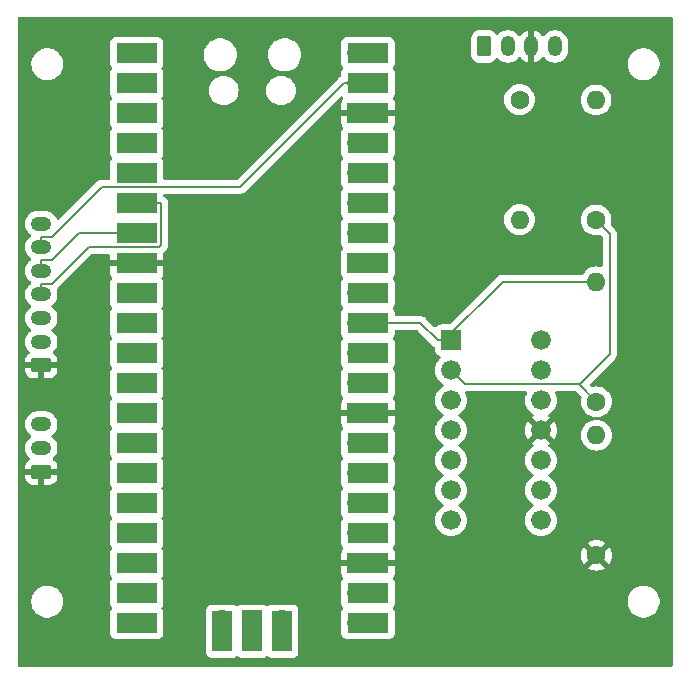
<source format=gbr>
%TF.GenerationSoftware,KiCad,Pcbnew,8.0.5*%
%TF.CreationDate,2024-10-21T18:00:15-04:00*%
%TF.ProjectId,Sensing_PCB,53656e73-696e-4675-9f50-43422e6b6963,rev?*%
%TF.SameCoordinates,Original*%
%TF.FileFunction,Copper,L1,Top*%
%TF.FilePolarity,Positive*%
%FSLAX46Y46*%
G04 Gerber Fmt 4.6, Leading zero omitted, Abs format (unit mm)*
G04 Created by KiCad (PCBNEW 8.0.5) date 2024-10-21 18:00:15*
%MOMM*%
%LPD*%
G01*
G04 APERTURE LIST*
G04 Aperture macros list*
%AMRoundRect*
0 Rectangle with rounded corners*
0 $1 Rounding radius*
0 $2 $3 $4 $5 $6 $7 $8 $9 X,Y pos of 4 corners*
0 Add a 4 corners polygon primitive as box body*
4,1,4,$2,$3,$4,$5,$6,$7,$8,$9,$2,$3,0*
0 Add four circle primitives for the rounded corners*
1,1,$1+$1,$2,$3*
1,1,$1+$1,$4,$5*
1,1,$1+$1,$6,$7*
1,1,$1+$1,$8,$9*
0 Add four rect primitives between the rounded corners*
20,1,$1+$1,$2,$3,$4,$5,0*
20,1,$1+$1,$4,$5,$6,$7,0*
20,1,$1+$1,$6,$7,$8,$9,0*
20,1,$1+$1,$8,$9,$2,$3,0*%
G04 Aperture macros list end*
%TA.AperFunction,ComponentPad*%
%ADD10C,1.600000*%
%TD*%
%TA.AperFunction,ComponentPad*%
%ADD11O,1.600000X1.600000*%
%TD*%
%TA.AperFunction,ComponentPad*%
%ADD12R,1.676400X1.676400*%
%TD*%
%TA.AperFunction,ComponentPad*%
%ADD13C,1.676400*%
%TD*%
%TA.AperFunction,ComponentPad*%
%ADD14RoundRect,0.250000X0.625000X-0.350000X0.625000X0.350000X-0.625000X0.350000X-0.625000X-0.350000X0*%
%TD*%
%TA.AperFunction,ComponentPad*%
%ADD15O,1.750000X1.200000*%
%TD*%
%TA.AperFunction,ComponentPad*%
%ADD16O,1.700000X1.700000*%
%TD*%
%TA.AperFunction,SMDPad,CuDef*%
%ADD17R,3.500000X1.700000*%
%TD*%
%TA.AperFunction,ComponentPad*%
%ADD18R,1.700000X1.700000*%
%TD*%
%TA.AperFunction,SMDPad,CuDef*%
%ADD19R,1.700000X3.500000*%
%TD*%
%TA.AperFunction,ComponentPad*%
%ADD20RoundRect,0.250000X-0.350000X-0.625000X0.350000X-0.625000X0.350000X0.625000X-0.350000X0.625000X0*%
%TD*%
%TA.AperFunction,ComponentPad*%
%ADD21O,1.200000X1.750000*%
%TD*%
%TA.AperFunction,Conductor*%
%ADD22C,0.200000*%
%TD*%
G04 APERTURE END LIST*
D10*
%TO.P,R2,1*%
%TO.N,/GND*%
X183000000Y-153580000D03*
D11*
%TO.P,R2,2*%
%TO.N,Net-(U3-POS1)*%
X183000000Y-143420000D03*
%TD*%
D12*
%TO.P,U3,1,OUT1*%
%TO.N,/ADC*%
X170690000Y-135380000D03*
D13*
%TO.P,U3,2,NEG1*%
%TO.N,/OUT1*%
X170690000Y-137920000D03*
%TO.P,U3,3,POS1*%
%TO.N,Net-(U3-POS1)*%
X170690000Y-140460000D03*
%TO.P,U3,4,V+*%
%TO.N,/3V3_Chamber*%
X170690000Y-143000000D03*
%TO.P,U3,5,POS2*%
%TO.N,unconnected-(U3-POS2-Pad5)*%
X170690000Y-145540000D03*
%TO.P,U3,6,NEG2*%
%TO.N,unconnected-(U3-NEG2-Pad6)*%
X170690000Y-148080000D03*
%TO.P,U3,7,OUT2*%
%TO.N,unconnected-(U3-OUT2-Pad7)*%
X170690000Y-150620000D03*
%TO.P,U3,8,OUT3*%
%TO.N,unconnected-(U3-OUT3-Pad8)*%
X178310000Y-150620000D03*
%TO.P,U3,9,NEG3*%
%TO.N,unconnected-(U3-NEG3-Pad9)*%
X178310000Y-148080000D03*
%TO.P,U3,10,POS3*%
%TO.N,unconnected-(U3-POS3-Pad10)*%
X178310000Y-145540000D03*
%TO.P,U3,11,V-*%
%TO.N,/GND*%
X178310000Y-143000000D03*
%TO.P,U3,12,POS4*%
%TO.N,unconnected-(U3-POS4-Pad12)*%
X178310000Y-140460000D03*
%TO.P,U3,13,NEG4*%
%TO.N,unconnected-(U3-NEG4-Pad13)*%
X178310000Y-137920000D03*
%TO.P,U3,14,OUT4*%
%TO.N,unconnected-(U3-OUT4-Pad14)*%
X178310000Y-135380000D03*
%TD*%
D14*
%TO.P,J1,1,Pin_1*%
%TO.N,/GND*%
X136000000Y-137500000D03*
D15*
%TO.P,J1,2,Pin_2*%
%TO.N,/I2C1_SDA*%
X136000000Y-135500000D03*
%TO.P,J1,3,Pin_3*%
%TO.N,/I2C1_SCL*%
X136000000Y-133500000D03*
%TO.P,J1,4,Pin_4*%
%TO.N,/I2C0_SDA*%
X136000000Y-131500000D03*
%TO.P,J1,5,Pin_5*%
%TO.N,/I2C0_SCL*%
X136000000Y-129500000D03*
%TO.P,J1,6,Pin_6*%
%TO.N,/3V3*%
X136000000Y-127500000D03*
%TO.P,J1,7,Pin_7*%
%TO.N,/5V*%
X136000000Y-125500000D03*
%TD*%
D10*
%TO.P,R4,1*%
%TO.N,/OUT1*%
X183000000Y-140580000D03*
D11*
%TO.P,R4,2*%
%TO.N,/ADC*%
X183000000Y-130420000D03*
%TD*%
D14*
%TO.P,J3,1,Pin_1*%
%TO.N,/GND*%
X136000000Y-146500000D03*
D15*
%TO.P,J3,2,Pin_2*%
%TO.N,/5V*%
X136000000Y-144500000D03*
%TO.P,J3,3,Pin_3*%
%TO.N,/SERVO*%
X136000000Y-142500000D03*
%TD*%
D10*
%TO.P,R3,1*%
%TO.N,/OUT1*%
X182972900Y-125193600D03*
D11*
%TO.P,R3,2*%
%TO.N,/FS_OUTPUT(-)*%
X182972900Y-115033600D03*
%TD*%
D16*
%TO.P,U4,1,GPIO0*%
%TO.N,unconnected-(U4-GPIO0-Pad1)_1*%
X144985000Y-111070000D03*
D17*
%TO.N,unconnected-(U4-GPIO0-Pad1)*%
X144085000Y-111070000D03*
D16*
%TO.P,U4,2,GPIO1*%
%TO.N,unconnected-(U4-GPIO1-Pad2)*%
X144985000Y-113610000D03*
D17*
%TO.N,unconnected-(U4-GPIO1-Pad2)_1*%
X144085000Y-113610000D03*
D18*
%TO.P,U4,3,GND*%
%TO.N,unconnected-(U4-GND-Pad3)_1*%
X144985000Y-116150000D03*
D17*
%TO.N,unconnected-(U4-GND-Pad3)*%
X144085000Y-116150000D03*
D16*
%TO.P,U4,4,GPIO2*%
%TO.N,/I2C1_SDA*%
X144985000Y-118690000D03*
D17*
X144085000Y-118690000D03*
D16*
%TO.P,U4,5,GPIO3*%
%TO.N,/I2C1_SCL*%
X144985000Y-121230000D03*
D17*
X144085000Y-121230000D03*
D16*
%TO.P,U4,6,GPIO4*%
%TO.N,/I2C0_SDA*%
X144985000Y-123770000D03*
D17*
X144085000Y-123770000D03*
D16*
%TO.P,U4,7,GPIO5*%
%TO.N,/I2C0_SCL*%
X144985000Y-126310000D03*
D17*
X144085000Y-126310000D03*
D18*
%TO.P,U4,8,GND*%
%TO.N,/GND*%
X144985000Y-128850000D03*
D17*
X144085000Y-128850000D03*
D16*
%TO.P,U4,9,GPIO6*%
%TO.N,/SERVO*%
X144985000Y-131390000D03*
D17*
X144085000Y-131390000D03*
D16*
%TO.P,U4,10,GPIO7*%
%TO.N,unconnected-(U4-GPIO7-Pad10)_1*%
X144985000Y-133930000D03*
D17*
%TO.N,unconnected-(U4-GPIO7-Pad10)*%
X144085000Y-133930000D03*
D16*
%TO.P,U4,11,GPIO8*%
%TO.N,unconnected-(U4-GPIO8-Pad11)_1*%
X144985000Y-136470000D03*
D17*
%TO.N,unconnected-(U4-GPIO8-Pad11)*%
X144085000Y-136470000D03*
D16*
%TO.P,U4,12,GPIO9*%
%TO.N,unconnected-(U4-GPIO9-Pad12)_1*%
X144985000Y-139010000D03*
D17*
%TO.N,unconnected-(U4-GPIO9-Pad12)*%
X144085000Y-139010000D03*
D18*
%TO.P,U4,13,GND*%
%TO.N,unconnected-(U4-GND-Pad13)_1*%
X144985000Y-141550000D03*
D17*
%TO.N,unconnected-(U4-GND-Pad13)*%
X144085000Y-141550000D03*
D16*
%TO.P,U4,14,GPIO10*%
%TO.N,unconnected-(U4-GPIO10-Pad14)_1*%
X144985000Y-144090000D03*
D17*
%TO.N,unconnected-(U4-GPIO10-Pad14)*%
X144085000Y-144090000D03*
D16*
%TO.P,U4,15,GPIO11*%
%TO.N,unconnected-(U4-GPIO11-Pad15)_1*%
X144985000Y-146630000D03*
D17*
%TO.N,unconnected-(U4-GPIO11-Pad15)*%
X144085000Y-146630000D03*
D16*
%TO.P,U4,16,GPIO12*%
%TO.N,unconnected-(U4-GPIO12-Pad16)*%
X144985000Y-149170000D03*
D17*
%TO.N,unconnected-(U4-GPIO12-Pad16)_1*%
X144085000Y-149170000D03*
D16*
%TO.P,U4,17,GPIO13*%
%TO.N,unconnected-(U4-GPIO13-Pad17)_1*%
X144985000Y-151710000D03*
D17*
%TO.N,unconnected-(U4-GPIO13-Pad17)*%
X144085000Y-151710000D03*
D18*
%TO.P,U4,18,GND*%
%TO.N,unconnected-(U4-GND-Pad18)_1*%
X144985000Y-154250000D03*
D17*
%TO.N,unconnected-(U4-GND-Pad18)*%
X144085000Y-154250000D03*
D16*
%TO.P,U4,19,GPIO14*%
%TO.N,unconnected-(U4-GPIO14-Pad19)*%
X144985000Y-156790000D03*
D17*
%TO.N,unconnected-(U4-GPIO14-Pad19)_1*%
X144085000Y-156790000D03*
D16*
%TO.P,U4,20,GPIO15*%
%TO.N,unconnected-(U4-GPIO15-Pad20)*%
X144985000Y-159330000D03*
D17*
%TO.N,unconnected-(U4-GPIO15-Pad20)_1*%
X144085000Y-159330000D03*
D16*
%TO.P,U4,21,GPIO16*%
%TO.N,unconnected-(U4-GPIO16-Pad21)*%
X162765000Y-159330000D03*
D17*
%TO.N,unconnected-(U4-GPIO16-Pad21)_1*%
X163665000Y-159330000D03*
D16*
%TO.P,U4,22,GPIO17*%
%TO.N,unconnected-(U4-GPIO17-Pad22)_1*%
X162765000Y-156790000D03*
D17*
%TO.N,unconnected-(U4-GPIO17-Pad22)*%
X163665000Y-156790000D03*
D18*
%TO.P,U4,23,GND*%
%TO.N,/GND*%
X162765000Y-154250000D03*
D17*
X163665000Y-154250000D03*
D16*
%TO.P,U4,24,GPIO18*%
%TO.N,unconnected-(U4-GPIO18-Pad24)_1*%
X162765000Y-151710000D03*
D17*
%TO.N,unconnected-(U4-GPIO18-Pad24)*%
X163665000Y-151710000D03*
D16*
%TO.P,U4,25,GPIO19*%
%TO.N,unconnected-(U4-GPIO19-Pad25)_1*%
X162765000Y-149170000D03*
D17*
%TO.N,unconnected-(U4-GPIO19-Pad25)*%
X163665000Y-149170000D03*
D16*
%TO.P,U4,26,GPIO20*%
%TO.N,unconnected-(U4-GPIO20-Pad26)*%
X162765000Y-146630000D03*
D17*
%TO.N,unconnected-(U4-GPIO20-Pad26)_1*%
X163665000Y-146630000D03*
D16*
%TO.P,U4,27,GPIO21*%
%TO.N,unconnected-(U4-GPIO21-Pad27)_1*%
X162765000Y-144090000D03*
D17*
%TO.N,unconnected-(U4-GPIO21-Pad27)*%
X163665000Y-144090000D03*
D18*
%TO.P,U4,28,GND*%
%TO.N,/GND*%
X162765000Y-141550000D03*
D17*
X163665000Y-141550000D03*
D16*
%TO.P,U4,29,GPIO22*%
%TO.N,unconnected-(U4-GPIO22-Pad29)_1*%
X162765000Y-139010000D03*
D17*
%TO.N,unconnected-(U4-GPIO22-Pad29)*%
X163665000Y-139010000D03*
D16*
%TO.P,U4,30,RUN*%
%TO.N,unconnected-(U4-RUN-Pad30)_1*%
X162765000Y-136470000D03*
D17*
%TO.N,unconnected-(U4-RUN-Pad30)*%
X163665000Y-136470000D03*
D16*
%TO.P,U4,31,GPIO26_ADC0*%
%TO.N,/ADC*%
X162765000Y-133930000D03*
D17*
X163665000Y-133930000D03*
D16*
%TO.P,U4,32,GPIO27_ADC1*%
%TO.N,unconnected-(U4-GPIO27_ADC1-Pad32)*%
X162765000Y-131390000D03*
D17*
%TO.N,unconnected-(U4-GPIO27_ADC1-Pad32)_1*%
X163665000Y-131390000D03*
D18*
%TO.P,U4,33,AGND*%
%TO.N,unconnected-(U4-AGND-Pad33)_1*%
X162765000Y-128850000D03*
D17*
%TO.N,unconnected-(U4-AGND-Pad33)*%
X163665000Y-128850000D03*
D16*
%TO.P,U4,34,GPIO28_ADC2*%
%TO.N,unconnected-(U4-GPIO28_ADC2-Pad34)_1*%
X162765000Y-126310000D03*
D17*
%TO.N,unconnected-(U4-GPIO28_ADC2-Pad34)*%
X163665000Y-126310000D03*
D16*
%TO.P,U4,35,ADC_VREF*%
%TO.N,unconnected-(U4-ADC_VREF-Pad35)_1*%
X162765000Y-123770000D03*
D17*
%TO.N,unconnected-(U4-ADC_VREF-Pad35)*%
X163665000Y-123770000D03*
D16*
%TO.P,U4,36,3V3*%
%TO.N,/3V3_Chamber*%
X162765000Y-121230000D03*
D17*
X163665000Y-121230000D03*
D16*
%TO.P,U4,37,3V3_EN*%
%TO.N,unconnected-(U4-3V3_EN-Pad37)_1*%
X162765000Y-118690000D03*
D17*
%TO.N,unconnected-(U4-3V3_EN-Pad37)*%
X163665000Y-118690000D03*
D18*
%TO.P,U4,38,GND*%
%TO.N,/GND*%
X162765000Y-116150000D03*
D17*
X163665000Y-116150000D03*
D16*
%TO.P,U4,39,VSYS*%
%TO.N,/3V3*%
X162765000Y-113610000D03*
D17*
X163665000Y-113610000D03*
D16*
%TO.P,U4,40,VBUS*%
%TO.N,unconnected-(U4-VBUS-Pad40)*%
X162765000Y-111070000D03*
D17*
%TO.N,unconnected-(U4-VBUS-Pad40)_1*%
X163665000Y-111070000D03*
D16*
%TO.P,U4,41,SWCLK*%
%TO.N,unconnected-(U4-SWCLK-Pad41)*%
X151335000Y-159100000D03*
D19*
%TO.N,unconnected-(U4-SWCLK-Pad41)_1*%
X151335000Y-160000000D03*
D18*
%TO.P,U4,42,GND*%
%TO.N,unconnected-(U4-GND-Pad42)*%
X153875000Y-159100000D03*
D19*
%TO.N,unconnected-(U4-GND-Pad42)_1*%
X153875000Y-160000000D03*
D16*
%TO.P,U4,43,SWDIO*%
%TO.N,unconnected-(U4-SWDIO-Pad43)*%
X156415000Y-159100000D03*
D19*
%TO.N,unconnected-(U4-SWDIO-Pad43)_1*%
X156415000Y-160000000D03*
%TD*%
D10*
%TO.P,R1,1*%
%TO.N,/FS_OUTPUT(+)*%
X176500000Y-115000000D03*
D11*
%TO.P,R1,2*%
%TO.N,Net-(U3-POS1)*%
X176500000Y-125160000D03*
%TD*%
D20*
%TO.P,J2,1,Pin_1*%
%TO.N,/3V3_Chamber*%
X173500000Y-110500000D03*
D21*
%TO.P,J2,2,Pin_2*%
%TO.N,/FS_OUTPUT(+)*%
X175500000Y-110500000D03*
%TO.P,J2,3,Pin_3*%
%TO.N,/GND*%
X177500000Y-110500000D03*
%TO.P,J2,4,Pin_4*%
%TO.N,/FS_OUTPUT(-)*%
X179500000Y-110500000D03*
%TD*%
D22*
%TO.N,/OUT1*%
X170690000Y-137920000D02*
X171862000Y-139092000D01*
X171862000Y-139092000D02*
X181610000Y-139092000D01*
X184119600Y-126340300D02*
X182972900Y-125193600D01*
X183000000Y-140580000D02*
X181610000Y-139190000D01*
X181610000Y-139190000D02*
X181610000Y-139092000D01*
X184119600Y-136582400D02*
X184119600Y-126340300D01*
X181610000Y-139092000D02*
X184119600Y-136582400D01*
%TO.N,/ADC*%
X170120100Y-135380000D02*
X169550100Y-135380000D01*
X170690000Y-135380000D02*
X170120100Y-135380000D01*
X175080100Y-130420000D02*
X183000000Y-130420000D01*
X162765000Y-133930000D02*
X168100100Y-133930000D01*
X170120100Y-135380000D02*
X175080100Y-130420000D01*
X168100100Y-133930000D02*
X169550100Y-135380000D01*
%TO.N,/3V3*%
X141118300Y-122381700D02*
X136901700Y-126598300D01*
X162765000Y-113610000D02*
X161613300Y-113610000D01*
X136000000Y-127500000D02*
X136000000Y-126598300D01*
X152841600Y-122381700D02*
X141118300Y-122381700D01*
X161613300Y-113610000D02*
X152841600Y-122381700D01*
X136901700Y-126598300D02*
X136000000Y-126598300D01*
%TO.N,/I2C0_SDA*%
X145960000Y-127461700D02*
X140038300Y-127461700D01*
X136901700Y-130598300D02*
X136000000Y-130598300D01*
X136000000Y-131500000D02*
X136000000Y-130598300D01*
X146136700Y-127285000D02*
X145960000Y-127461700D01*
X144985000Y-123770000D02*
X146136700Y-123770000D01*
X146136700Y-123770000D02*
X146136700Y-127285000D01*
X140038300Y-127461700D02*
X136901700Y-130598300D01*
%TO.N,/I2C0_SCL*%
X136000000Y-129500000D02*
X136000000Y-128598300D01*
X139190000Y-126310000D02*
X144985000Y-126310000D01*
X136901700Y-128598300D02*
X139190000Y-126310000D01*
X136000000Y-128598300D02*
X136901700Y-128598300D01*
%TD*%
%TA.AperFunction,Conductor*%
%TO.N,/GND*%
G36*
X189442539Y-108020185D02*
G01*
X189488294Y-108072989D01*
X189499500Y-108124500D01*
X189499500Y-162875500D01*
X189479815Y-162942539D01*
X189427011Y-162988294D01*
X189375500Y-162999500D01*
X134124500Y-162999500D01*
X134057461Y-162979815D01*
X134011706Y-162927011D01*
X134000500Y-162875500D01*
X134000500Y-157393713D01*
X135149500Y-157393713D01*
X135149500Y-157606286D01*
X135181163Y-157806203D01*
X135182754Y-157816243D01*
X135244952Y-158007669D01*
X135248444Y-158018414D01*
X135344951Y-158207820D01*
X135469890Y-158379785D01*
X135469894Y-158379790D01*
X135620213Y-158530109D01*
X135792179Y-158655048D01*
X135792181Y-158655049D01*
X135792184Y-158655051D01*
X135981588Y-158751557D01*
X136183757Y-158817246D01*
X136393713Y-158850500D01*
X136393714Y-158850500D01*
X136606286Y-158850500D01*
X136606287Y-158850500D01*
X136816243Y-158817246D01*
X137018412Y-158751557D01*
X137207816Y-158655051D01*
X137229789Y-158639086D01*
X137379786Y-158530109D01*
X137379788Y-158530106D01*
X137379792Y-158530104D01*
X137530104Y-158379792D01*
X137530106Y-158379788D01*
X137530110Y-158379785D01*
X137655048Y-158207820D01*
X137655047Y-158207820D01*
X137655051Y-158207816D01*
X137751557Y-158018412D01*
X137817246Y-157816243D01*
X137850500Y-157606287D01*
X137850500Y-157393713D01*
X137817246Y-157183757D01*
X137751557Y-156981588D01*
X137655051Y-156792184D01*
X137655049Y-156792181D01*
X137655048Y-156792179D01*
X137530109Y-156620213D01*
X137379786Y-156469890D01*
X137207820Y-156344951D01*
X137018414Y-156248444D01*
X137018413Y-156248443D01*
X137018412Y-156248443D01*
X136816243Y-156182754D01*
X136816241Y-156182753D01*
X136816240Y-156182753D01*
X136654957Y-156157208D01*
X136606287Y-156149500D01*
X136393713Y-156149500D01*
X136345042Y-156157208D01*
X136183760Y-156182753D01*
X135981585Y-156248444D01*
X135792179Y-156344951D01*
X135620213Y-156469890D01*
X135469890Y-156620213D01*
X135344951Y-156792179D01*
X135248444Y-156981585D01*
X135182753Y-157183760D01*
X135149500Y-157393713D01*
X134000500Y-157393713D01*
X134000500Y-142413389D01*
X134624500Y-142413389D01*
X134624500Y-142586611D01*
X134651598Y-142757701D01*
X134705127Y-142922445D01*
X134783768Y-143076788D01*
X134885586Y-143216928D01*
X135008072Y-143339414D01*
X135025257Y-143351899D01*
X135091023Y-143399683D01*
X135133689Y-143455013D01*
X135139667Y-143524626D01*
X135107061Y-143586421D01*
X135091023Y-143600317D01*
X135008078Y-143660581D01*
X135008069Y-143660588D01*
X134885588Y-143783069D01*
X134885588Y-143783070D01*
X134885586Y-143783072D01*
X134841859Y-143843256D01*
X134783768Y-143923211D01*
X134705128Y-144077552D01*
X134651597Y-144242302D01*
X134624500Y-144413389D01*
X134624500Y-144586610D01*
X134643351Y-144705635D01*
X134651598Y-144757701D01*
X134705127Y-144922445D01*
X134783768Y-145076788D01*
X134885586Y-145216928D01*
X134885588Y-145216930D01*
X134993491Y-145324833D01*
X135026976Y-145386156D01*
X135021992Y-145455848D01*
X134980120Y-145511781D01*
X134970907Y-145518053D01*
X134906654Y-145557684D01*
X134782684Y-145681654D01*
X134690643Y-145830875D01*
X134690641Y-145830880D01*
X134635494Y-145997302D01*
X134635493Y-145997309D01*
X134625000Y-146100013D01*
X134625000Y-146250000D01*
X135719670Y-146250000D01*
X135699925Y-146269745D01*
X135650556Y-146355255D01*
X135625000Y-146450630D01*
X135625000Y-146549370D01*
X135650556Y-146644745D01*
X135699925Y-146730255D01*
X135719670Y-146750000D01*
X134625001Y-146750000D01*
X134625001Y-146899986D01*
X134635494Y-147002697D01*
X134690641Y-147169119D01*
X134690643Y-147169124D01*
X134782684Y-147318345D01*
X134906654Y-147442315D01*
X135055875Y-147534356D01*
X135055880Y-147534358D01*
X135222302Y-147589505D01*
X135222309Y-147589506D01*
X135325019Y-147599999D01*
X135749999Y-147599999D01*
X135750000Y-147599998D01*
X135750000Y-146780330D01*
X135769745Y-146800075D01*
X135855255Y-146849444D01*
X135950630Y-146875000D01*
X136049370Y-146875000D01*
X136144745Y-146849444D01*
X136230255Y-146800075D01*
X136250000Y-146780330D01*
X136250000Y-147599999D01*
X136674972Y-147599999D01*
X136674986Y-147599998D01*
X136777697Y-147589505D01*
X136944119Y-147534358D01*
X136944124Y-147534356D01*
X137093345Y-147442315D01*
X137217315Y-147318345D01*
X137309356Y-147169124D01*
X137309358Y-147169119D01*
X137364505Y-147002697D01*
X137364506Y-147002690D01*
X137374999Y-146899986D01*
X137375000Y-146899973D01*
X137375000Y-146750000D01*
X136280330Y-146750000D01*
X136300075Y-146730255D01*
X136349444Y-146644745D01*
X136375000Y-146549370D01*
X136375000Y-146450630D01*
X136349444Y-146355255D01*
X136300075Y-146269745D01*
X136280330Y-146250000D01*
X137374999Y-146250000D01*
X137374999Y-146100028D01*
X137374998Y-146100013D01*
X137364505Y-145997302D01*
X137309358Y-145830880D01*
X137309356Y-145830875D01*
X137217315Y-145681654D01*
X137093343Y-145557682D01*
X137029093Y-145518053D01*
X136982368Y-145466105D01*
X136971145Y-145397143D01*
X136998988Y-145333061D01*
X137006486Y-145324855D01*
X137114414Y-145216928D01*
X137216232Y-145076788D01*
X137294873Y-144922445D01*
X137348402Y-144757701D01*
X137375500Y-144586611D01*
X137375500Y-144413389D01*
X137348402Y-144242299D01*
X137294873Y-144077555D01*
X137216232Y-143923212D01*
X137114414Y-143783072D01*
X136991928Y-143660586D01*
X136908975Y-143600317D01*
X136866311Y-143544988D01*
X136860332Y-143475374D01*
X136892938Y-143413579D01*
X136908976Y-143399682D01*
X136991928Y-143339414D01*
X137114414Y-143216928D01*
X137216232Y-143076788D01*
X137294873Y-142922445D01*
X137348402Y-142757701D01*
X137375500Y-142586611D01*
X137375500Y-142413389D01*
X137348402Y-142242299D01*
X137294873Y-142077555D01*
X137216232Y-141923212D01*
X137114414Y-141783072D01*
X136991928Y-141660586D01*
X136851788Y-141558768D01*
X136697445Y-141480127D01*
X136532701Y-141426598D01*
X136532699Y-141426597D01*
X136532698Y-141426597D01*
X136401271Y-141405781D01*
X136361611Y-141399500D01*
X135638389Y-141399500D01*
X135598728Y-141405781D01*
X135467302Y-141426597D01*
X135302552Y-141480128D01*
X135148211Y-141558768D01*
X135068256Y-141616859D01*
X135008072Y-141660586D01*
X135008070Y-141660588D01*
X135008069Y-141660588D01*
X134885588Y-141783069D01*
X134885588Y-141783070D01*
X134885586Y-141783072D01*
X134868253Y-141806929D01*
X134783768Y-141923211D01*
X134705128Y-142077552D01*
X134651597Y-142242302D01*
X134624500Y-142413389D01*
X134000500Y-142413389D01*
X134000500Y-125413389D01*
X134624500Y-125413389D01*
X134624500Y-125586611D01*
X134627650Y-125606497D01*
X134643963Y-125709500D01*
X134651598Y-125757701D01*
X134705127Y-125922445D01*
X134783768Y-126076788D01*
X134885586Y-126216928D01*
X135008072Y-126339414D01*
X135008078Y-126339418D01*
X135091023Y-126399683D01*
X135133689Y-126455013D01*
X135139667Y-126524626D01*
X135107061Y-126586421D01*
X135091023Y-126600317D01*
X135008078Y-126660581D01*
X135008069Y-126660588D01*
X134885588Y-126783069D01*
X134885588Y-126783070D01*
X134885586Y-126783072D01*
X134841859Y-126843256D01*
X134783768Y-126923211D01*
X134705128Y-127077552D01*
X134651597Y-127242302D01*
X134624500Y-127413389D01*
X134624500Y-127586610D01*
X134651592Y-127757668D01*
X134651598Y-127757701D01*
X134705127Y-127922445D01*
X134783768Y-128076788D01*
X134885586Y-128216928D01*
X135008072Y-128339414D01*
X135008078Y-128339418D01*
X135091023Y-128399683D01*
X135133689Y-128455013D01*
X135139667Y-128524626D01*
X135107061Y-128586421D01*
X135091023Y-128600317D01*
X135008078Y-128660581D01*
X135008069Y-128660588D01*
X134885588Y-128783069D01*
X134885588Y-128783070D01*
X134885586Y-128783072D01*
X134841859Y-128843256D01*
X134783768Y-128923211D01*
X134705128Y-129077552D01*
X134651597Y-129242302D01*
X134624500Y-129413389D01*
X134624500Y-129586610D01*
X134650036Y-129747844D01*
X134651598Y-129757701D01*
X134694377Y-129889361D01*
X134705128Y-129922447D01*
X134770773Y-130051284D01*
X134783768Y-130076788D01*
X134885586Y-130216928D01*
X135008072Y-130339414D01*
X135008078Y-130339418D01*
X135091023Y-130399683D01*
X135133689Y-130455013D01*
X135139667Y-130524626D01*
X135107061Y-130586421D01*
X135091023Y-130600317D01*
X135008078Y-130660581D01*
X135008069Y-130660588D01*
X134885588Y-130783069D01*
X134885588Y-130783070D01*
X134885586Y-130783072D01*
X134841859Y-130843256D01*
X134783768Y-130923211D01*
X134705128Y-131077552D01*
X134651597Y-131242302D01*
X134624500Y-131413389D01*
X134624500Y-131586610D01*
X134643351Y-131705635D01*
X134651598Y-131757701D01*
X134705127Y-131922445D01*
X134783768Y-132076788D01*
X134885586Y-132216928D01*
X135008072Y-132339414D01*
X135008078Y-132339418D01*
X135091023Y-132399683D01*
X135133689Y-132455013D01*
X135139667Y-132524626D01*
X135107061Y-132586421D01*
X135091023Y-132600317D01*
X135008078Y-132660581D01*
X135008069Y-132660588D01*
X134885588Y-132783069D01*
X134885588Y-132783070D01*
X134885586Y-132783072D01*
X134845920Y-132837668D01*
X134783768Y-132923211D01*
X134705128Y-133077552D01*
X134651597Y-133242302D01*
X134631305Y-133370423D01*
X134624500Y-133413389D01*
X134624500Y-133586611D01*
X134651598Y-133757701D01*
X134705127Y-133922445D01*
X134783768Y-134076788D01*
X134885586Y-134216928D01*
X135008072Y-134339414D01*
X135008078Y-134339418D01*
X135091023Y-134399683D01*
X135133689Y-134455013D01*
X135139667Y-134524626D01*
X135107061Y-134586421D01*
X135091023Y-134600317D01*
X135008078Y-134660581D01*
X135008069Y-134660588D01*
X134885588Y-134783069D01*
X134885588Y-134783070D01*
X134885586Y-134783072D01*
X134853043Y-134827864D01*
X134783768Y-134923211D01*
X134705128Y-135077552D01*
X134651597Y-135242302D01*
X134630158Y-135377668D01*
X134624500Y-135413389D01*
X134624500Y-135586611D01*
X134651598Y-135757701D01*
X134705127Y-135922445D01*
X134783768Y-136076788D01*
X134885586Y-136216928D01*
X134885588Y-136216930D01*
X134993491Y-136324833D01*
X135026976Y-136386156D01*
X135021992Y-136455848D01*
X134980120Y-136511781D01*
X134970907Y-136518053D01*
X134906654Y-136557684D01*
X134782684Y-136681654D01*
X134690643Y-136830875D01*
X134690641Y-136830880D01*
X134635494Y-136997302D01*
X134635493Y-136997309D01*
X134625000Y-137100013D01*
X134625000Y-137250000D01*
X135719670Y-137250000D01*
X135699925Y-137269745D01*
X135650556Y-137355255D01*
X135625000Y-137450630D01*
X135625000Y-137549370D01*
X135650556Y-137644745D01*
X135699925Y-137730255D01*
X135719670Y-137750000D01*
X134625001Y-137750000D01*
X134625001Y-137899986D01*
X134635494Y-138002697D01*
X134690641Y-138169119D01*
X134690643Y-138169124D01*
X134782684Y-138318345D01*
X134906654Y-138442315D01*
X135055875Y-138534356D01*
X135055880Y-138534358D01*
X135222302Y-138589505D01*
X135222309Y-138589506D01*
X135325019Y-138599999D01*
X135749999Y-138599999D01*
X135750000Y-138599998D01*
X135750000Y-137780330D01*
X135769745Y-137800075D01*
X135855255Y-137849444D01*
X135950630Y-137875000D01*
X136049370Y-137875000D01*
X136144745Y-137849444D01*
X136230255Y-137800075D01*
X136250000Y-137780330D01*
X136250000Y-138599999D01*
X136674972Y-138599999D01*
X136674986Y-138599998D01*
X136777697Y-138589505D01*
X136944119Y-138534358D01*
X136944124Y-138534356D01*
X137093345Y-138442315D01*
X137217315Y-138318345D01*
X137309356Y-138169124D01*
X137309358Y-138169119D01*
X137364505Y-138002697D01*
X137364506Y-138002690D01*
X137374999Y-137899986D01*
X137375000Y-137899973D01*
X137375000Y-137750000D01*
X136280330Y-137750000D01*
X136300075Y-137730255D01*
X136349444Y-137644745D01*
X136375000Y-137549370D01*
X136375000Y-137450630D01*
X136349444Y-137355255D01*
X136300075Y-137269745D01*
X136280330Y-137250000D01*
X137374999Y-137250000D01*
X137374999Y-137100028D01*
X137374998Y-137100013D01*
X137364505Y-136997302D01*
X137309358Y-136830880D01*
X137309356Y-136830875D01*
X137217315Y-136681654D01*
X137093343Y-136557682D01*
X137029093Y-136518053D01*
X136982368Y-136466105D01*
X136971145Y-136397143D01*
X136998988Y-136333061D01*
X137006486Y-136324855D01*
X137114414Y-136216928D01*
X137216232Y-136076788D01*
X137294873Y-135922445D01*
X137348402Y-135757701D01*
X137375500Y-135586611D01*
X137375500Y-135413389D01*
X137348402Y-135242299D01*
X137294873Y-135077555D01*
X137216232Y-134923212D01*
X137114414Y-134783072D01*
X136991928Y-134660586D01*
X136908975Y-134600317D01*
X136866311Y-134544988D01*
X136860332Y-134475374D01*
X136892938Y-134413579D01*
X136908976Y-134399682D01*
X136991928Y-134339414D01*
X137114414Y-134216928D01*
X137216232Y-134076788D01*
X137294873Y-133922445D01*
X137348402Y-133757701D01*
X137375500Y-133586611D01*
X137375500Y-133413389D01*
X137348402Y-133242299D01*
X137294873Y-133077555D01*
X137216232Y-132923212D01*
X137114414Y-132783072D01*
X136991928Y-132660586D01*
X136908975Y-132600317D01*
X136866311Y-132544988D01*
X136860332Y-132475374D01*
X136892938Y-132413579D01*
X136908976Y-132399682D01*
X136991928Y-132339414D01*
X137114414Y-132216928D01*
X137216232Y-132076788D01*
X137294873Y-131922445D01*
X137348402Y-131757701D01*
X137375500Y-131586611D01*
X137375500Y-131413389D01*
X137348402Y-131242299D01*
X137312665Y-131132315D01*
X137310671Y-131062478D01*
X137342917Y-131006318D01*
X137382220Y-130967016D01*
X137382220Y-130967015D01*
X137392422Y-130956814D01*
X137392429Y-130956804D01*
X140250716Y-128098519D01*
X140312039Y-128065034D01*
X140338397Y-128062200D01*
X141711000Y-128062200D01*
X141778039Y-128081885D01*
X141823794Y-128134689D01*
X141835000Y-128186200D01*
X141835000Y-128600000D01*
X144540440Y-128600000D01*
X144509755Y-128653147D01*
X144475000Y-128782857D01*
X144475000Y-128917143D01*
X144509755Y-129046853D01*
X144540440Y-129100000D01*
X141835000Y-129100000D01*
X141835000Y-129747844D01*
X141841401Y-129807372D01*
X141841403Y-129807379D01*
X141891645Y-129942086D01*
X141891646Y-129942088D01*
X141968890Y-130045272D01*
X141993307Y-130110736D01*
X141978456Y-130179009D01*
X141968890Y-130193894D01*
X141891204Y-130297669D01*
X141891202Y-130297671D01*
X141840908Y-130432517D01*
X141838490Y-130455013D01*
X141834501Y-130492123D01*
X141834500Y-130492135D01*
X141834500Y-132287870D01*
X141834501Y-132287876D01*
X141840908Y-132347483D01*
X141891202Y-132482328D01*
X141891203Y-132482330D01*
X141968578Y-132585689D01*
X141992995Y-132651153D01*
X141978144Y-132719426D01*
X141968578Y-132734311D01*
X141891203Y-132837669D01*
X141891202Y-132837671D01*
X141840908Y-132972517D01*
X141834501Y-133032116D01*
X141834501Y-133032123D01*
X141834500Y-133032135D01*
X141834500Y-134827870D01*
X141834501Y-134827876D01*
X141840908Y-134887483D01*
X141891202Y-135022328D01*
X141891203Y-135022330D01*
X141968578Y-135125689D01*
X141992995Y-135191153D01*
X141978144Y-135259426D01*
X141968578Y-135274311D01*
X141891203Y-135377669D01*
X141891202Y-135377671D01*
X141840908Y-135512517D01*
X141834501Y-135572116D01*
X141834501Y-135572123D01*
X141834500Y-135572135D01*
X141834500Y-137367870D01*
X141834501Y-137367876D01*
X141840908Y-137427483D01*
X141891202Y-137562328D01*
X141891203Y-137562330D01*
X141968578Y-137665689D01*
X141992995Y-137731153D01*
X141978144Y-137799426D01*
X141968578Y-137814311D01*
X141891203Y-137917669D01*
X141891202Y-137917671D01*
X141840908Y-138052517D01*
X141834501Y-138112116D01*
X141834501Y-138112123D01*
X141834500Y-138112135D01*
X141834500Y-139907870D01*
X141834501Y-139907876D01*
X141840908Y-139967483D01*
X141891202Y-140102328D01*
X141891203Y-140102330D01*
X141968578Y-140205689D01*
X141992995Y-140271153D01*
X141978144Y-140339426D01*
X141968578Y-140354309D01*
X141968265Y-140354729D01*
X141891203Y-140457669D01*
X141891202Y-140457671D01*
X141840908Y-140592517D01*
X141834501Y-140652116D01*
X141834501Y-140652123D01*
X141834500Y-140652135D01*
X141834500Y-142447870D01*
X141834501Y-142447876D01*
X141840908Y-142507483D01*
X141891202Y-142642328D01*
X141891203Y-142642330D01*
X141968578Y-142745689D01*
X141992995Y-142811153D01*
X141978144Y-142879426D01*
X141968578Y-142894311D01*
X141891203Y-142997669D01*
X141891202Y-142997671D01*
X141840908Y-143132517D01*
X141834501Y-143192116D01*
X141834501Y-143192123D01*
X141834500Y-143192135D01*
X141834500Y-144987870D01*
X141834501Y-144987876D01*
X141840908Y-145047483D01*
X141891202Y-145182328D01*
X141891203Y-145182330D01*
X141968578Y-145285689D01*
X141992995Y-145351153D01*
X141978144Y-145419426D01*
X141968578Y-145434311D01*
X141891203Y-145537669D01*
X141891202Y-145537671D01*
X141840908Y-145672517D01*
X141834501Y-145732116D01*
X141834501Y-145732123D01*
X141834500Y-145732135D01*
X141834500Y-147527870D01*
X141834501Y-147527876D01*
X141840908Y-147587483D01*
X141891202Y-147722328D01*
X141891203Y-147722330D01*
X141968578Y-147825689D01*
X141992995Y-147891153D01*
X141978144Y-147959426D01*
X141968578Y-147974311D01*
X141891203Y-148077669D01*
X141891202Y-148077671D01*
X141840908Y-148212517D01*
X141834501Y-148272116D01*
X141834501Y-148272123D01*
X141834500Y-148272135D01*
X141834500Y-150067870D01*
X141834501Y-150067876D01*
X141840908Y-150127483D01*
X141891202Y-150262328D01*
X141891203Y-150262330D01*
X141968578Y-150365689D01*
X141992995Y-150431153D01*
X141978144Y-150499426D01*
X141968578Y-150514311D01*
X141891203Y-150617669D01*
X141891202Y-150617671D01*
X141840908Y-150752517D01*
X141834501Y-150812116D01*
X141834501Y-150812123D01*
X141834500Y-150812135D01*
X141834500Y-152607870D01*
X141834501Y-152607876D01*
X141840908Y-152667483D01*
X141891202Y-152802328D01*
X141891203Y-152802330D01*
X141968578Y-152905689D01*
X141992995Y-152971153D01*
X141978144Y-153039426D01*
X141968578Y-153054309D01*
X141968265Y-153054729D01*
X141891203Y-153157669D01*
X141891202Y-153157671D01*
X141840908Y-153292517D01*
X141834501Y-153352116D01*
X141834501Y-153352123D01*
X141834500Y-153352135D01*
X141834500Y-155147870D01*
X141834501Y-155147876D01*
X141840908Y-155207483D01*
X141891202Y-155342328D01*
X141891203Y-155342330D01*
X141968578Y-155445689D01*
X141992995Y-155511153D01*
X141978144Y-155579426D01*
X141968578Y-155594311D01*
X141891203Y-155697669D01*
X141891202Y-155697671D01*
X141840908Y-155832517D01*
X141834501Y-155892116D01*
X141834501Y-155892123D01*
X141834500Y-155892135D01*
X141834500Y-157687870D01*
X141834501Y-157687876D01*
X141840908Y-157747483D01*
X141891202Y-157882328D01*
X141891203Y-157882330D01*
X141968578Y-157985689D01*
X141992995Y-158051153D01*
X141978144Y-158119426D01*
X141968578Y-158134311D01*
X141891203Y-158237669D01*
X141891202Y-158237671D01*
X141840908Y-158372517D01*
X141834501Y-158432116D01*
X141834501Y-158432123D01*
X141834500Y-158432135D01*
X141834500Y-160227870D01*
X141834501Y-160227876D01*
X141840908Y-160287483D01*
X141891202Y-160422328D01*
X141891206Y-160422335D01*
X141977452Y-160537544D01*
X141977455Y-160537547D01*
X142092664Y-160623793D01*
X142092671Y-160623797D01*
X142227517Y-160674091D01*
X142227516Y-160674091D01*
X142234444Y-160674835D01*
X142287127Y-160680500D01*
X144920611Y-160680499D01*
X144931419Y-160680971D01*
X144984999Y-160685659D01*
X144985000Y-160685659D01*
X144985001Y-160685659D01*
X145038580Y-160680971D01*
X145049388Y-160680499D01*
X145882871Y-160680499D01*
X145882872Y-160680499D01*
X145942483Y-160674091D01*
X146077331Y-160623796D01*
X146192546Y-160537546D01*
X146278796Y-160422331D01*
X146329091Y-160287483D01*
X146335500Y-160227873D01*
X146335499Y-159394383D01*
X146335971Y-159383576D01*
X146340659Y-159330000D01*
X146340659Y-159329999D01*
X146335971Y-159276421D01*
X146335499Y-159265613D01*
X146335499Y-159099997D01*
X149979341Y-159099997D01*
X149979341Y-159100001D01*
X149984028Y-159153574D01*
X149984500Y-159164381D01*
X149984500Y-161797870D01*
X149984501Y-161797876D01*
X149990908Y-161857483D01*
X150041202Y-161992328D01*
X150041206Y-161992335D01*
X150127452Y-162107544D01*
X150127455Y-162107547D01*
X150242664Y-162193793D01*
X150242671Y-162193797D01*
X150377517Y-162244091D01*
X150377516Y-162244091D01*
X150384444Y-162244835D01*
X150437127Y-162250500D01*
X152232872Y-162250499D01*
X152292483Y-162244091D01*
X152427331Y-162193796D01*
X152530690Y-162116421D01*
X152596152Y-162092004D01*
X152664425Y-162106855D01*
X152679303Y-162116416D01*
X152782665Y-162193793D01*
X152782668Y-162193795D01*
X152782671Y-162193797D01*
X152917517Y-162244091D01*
X152917516Y-162244091D01*
X152924444Y-162244835D01*
X152977127Y-162250500D01*
X154772872Y-162250499D01*
X154832483Y-162244091D01*
X154967331Y-162193796D01*
X155070690Y-162116421D01*
X155136152Y-162092004D01*
X155204425Y-162106855D01*
X155219303Y-162116416D01*
X155322665Y-162193793D01*
X155322668Y-162193795D01*
X155322671Y-162193797D01*
X155457517Y-162244091D01*
X155457516Y-162244091D01*
X155464444Y-162244835D01*
X155517127Y-162250500D01*
X157312872Y-162250499D01*
X157372483Y-162244091D01*
X157507331Y-162193796D01*
X157622546Y-162107546D01*
X157708796Y-161992331D01*
X157759091Y-161857483D01*
X157765500Y-161797873D01*
X157765499Y-159164381D01*
X157765971Y-159153578D01*
X157770659Y-159100000D01*
X157770659Y-159099999D01*
X157765971Y-159046418D01*
X157765499Y-159035610D01*
X157765499Y-158202129D01*
X157765498Y-158202123D01*
X157765497Y-158202116D01*
X157759091Y-158142517D01*
X157756030Y-158134311D01*
X157708797Y-158007671D01*
X157708793Y-158007664D01*
X157622547Y-157892455D01*
X157622544Y-157892452D01*
X157507335Y-157806206D01*
X157507328Y-157806202D01*
X157372482Y-157755908D01*
X157372483Y-157755908D01*
X157312883Y-157749501D01*
X157312881Y-157749500D01*
X157312873Y-157749500D01*
X157312865Y-157749500D01*
X156479383Y-157749500D01*
X156468576Y-157749028D01*
X156415002Y-157744341D01*
X156414999Y-157744341D01*
X156379865Y-157747414D01*
X156361421Y-157749028D01*
X156350616Y-157749500D01*
X155517129Y-157749500D01*
X155517123Y-157749501D01*
X155457516Y-157755908D01*
X155322671Y-157806202D01*
X155322669Y-157806203D01*
X155219311Y-157883578D01*
X155153847Y-157907995D01*
X155085574Y-157893144D01*
X155070689Y-157883578D01*
X154967330Y-157806203D01*
X154967328Y-157806202D01*
X154832482Y-157755908D01*
X154832483Y-157755908D01*
X154772883Y-157749501D01*
X154772881Y-157749500D01*
X154772873Y-157749500D01*
X154772864Y-157749500D01*
X152977129Y-157749500D01*
X152977123Y-157749501D01*
X152917516Y-157755908D01*
X152782671Y-157806202D01*
X152782669Y-157806203D01*
X152679311Y-157883578D01*
X152613847Y-157907995D01*
X152545574Y-157893144D01*
X152530689Y-157883578D01*
X152427330Y-157806203D01*
X152427328Y-157806202D01*
X152292482Y-157755908D01*
X152292483Y-157755908D01*
X152232883Y-157749501D01*
X152232881Y-157749500D01*
X152232873Y-157749500D01*
X152232865Y-157749500D01*
X151399383Y-157749500D01*
X151388576Y-157749028D01*
X151335002Y-157744341D01*
X151334999Y-157744341D01*
X151299865Y-157747414D01*
X151281421Y-157749028D01*
X151270616Y-157749500D01*
X150437129Y-157749500D01*
X150437123Y-157749501D01*
X150377516Y-157755908D01*
X150242671Y-157806202D01*
X150242664Y-157806206D01*
X150127455Y-157892452D01*
X150127452Y-157892455D01*
X150041206Y-158007664D01*
X150041202Y-158007671D01*
X149990908Y-158142517D01*
X149984501Y-158202116D01*
X149984501Y-158202123D01*
X149984500Y-158202135D01*
X149984500Y-159035618D01*
X149984028Y-159046425D01*
X149979341Y-159099997D01*
X146335499Y-159099997D01*
X146335499Y-158432129D01*
X146335498Y-158432123D01*
X146335497Y-158432116D01*
X146329091Y-158372517D01*
X146278796Y-158237669D01*
X146201421Y-158134309D01*
X146177004Y-158068848D01*
X146191855Y-158000575D01*
X146201416Y-157985696D01*
X146278796Y-157882331D01*
X146329091Y-157747483D01*
X146335500Y-157687873D01*
X146335499Y-156854383D01*
X146335971Y-156843576D01*
X146340659Y-156790000D01*
X146340659Y-156789999D01*
X146335971Y-156736421D01*
X146335499Y-156725613D01*
X146335499Y-155892129D01*
X146335498Y-155892123D01*
X146335497Y-155892116D01*
X146329091Y-155832517D01*
X146278796Y-155697669D01*
X146201421Y-155594309D01*
X146177004Y-155528848D01*
X146191855Y-155460575D01*
X146201416Y-155445696D01*
X146278796Y-155342331D01*
X146329091Y-155207483D01*
X146335500Y-155147873D01*
X146335499Y-153352128D01*
X146329091Y-153292517D01*
X146278796Y-153157669D01*
X146201421Y-153054309D01*
X146177004Y-152988848D01*
X146191855Y-152920575D01*
X146201416Y-152905696D01*
X146278796Y-152802331D01*
X146329091Y-152667483D01*
X146335500Y-152607873D01*
X146335499Y-151774383D01*
X146335971Y-151763576D01*
X146340659Y-151710000D01*
X146340659Y-151709999D01*
X146335971Y-151656421D01*
X146335499Y-151645613D01*
X146335499Y-150812129D01*
X146335498Y-150812123D01*
X146335497Y-150812116D01*
X146329091Y-150752517D01*
X146279665Y-150620000D01*
X146278797Y-150617671D01*
X146278795Y-150617668D01*
X146201421Y-150514309D01*
X146177004Y-150448848D01*
X146191855Y-150380575D01*
X146201416Y-150365696D01*
X146278796Y-150262331D01*
X146329091Y-150127483D01*
X146335500Y-150067873D01*
X146335499Y-149234383D01*
X146335971Y-149223576D01*
X146340659Y-149170000D01*
X146340659Y-149169999D01*
X146335971Y-149116421D01*
X146335499Y-149105613D01*
X146335499Y-148272129D01*
X146335498Y-148272123D01*
X146335497Y-148272116D01*
X146329091Y-148212517D01*
X146279665Y-148080000D01*
X146278797Y-148077671D01*
X146278795Y-148077668D01*
X146201421Y-147974309D01*
X146177004Y-147908848D01*
X146191855Y-147840575D01*
X146201416Y-147825696D01*
X146278796Y-147722331D01*
X146329091Y-147587483D01*
X146335500Y-147527873D01*
X146335499Y-146694383D01*
X146335971Y-146683576D01*
X146340659Y-146630000D01*
X146340659Y-146629999D01*
X146335971Y-146576421D01*
X146335499Y-146565613D01*
X146335499Y-145732129D01*
X146335498Y-145732123D01*
X146335497Y-145732116D01*
X146329091Y-145672517D01*
X146302230Y-145600500D01*
X146278797Y-145537671D01*
X146278795Y-145537668D01*
X146259416Y-145511781D01*
X146201421Y-145434309D01*
X146177004Y-145368848D01*
X146191855Y-145300575D01*
X146201416Y-145285696D01*
X146278796Y-145182331D01*
X146329091Y-145047483D01*
X146335500Y-144987873D01*
X146335499Y-144154383D01*
X146335971Y-144143576D01*
X146340659Y-144090000D01*
X146340659Y-144089999D01*
X146335971Y-144036421D01*
X146335499Y-144025613D01*
X146335499Y-143192129D01*
X146335498Y-143192123D01*
X146335497Y-143192116D01*
X146329091Y-143132517D01*
X146308305Y-143076788D01*
X146278797Y-142997671D01*
X146278795Y-142997668D01*
X146260706Y-142973504D01*
X146201421Y-142894309D01*
X146177004Y-142828848D01*
X146191855Y-142760575D01*
X146201416Y-142745696D01*
X146278796Y-142642331D01*
X146329091Y-142507483D01*
X146335500Y-142447873D01*
X146335499Y-140652128D01*
X146329091Y-140592517D01*
X146324422Y-140580000D01*
X146278797Y-140457671D01*
X146278795Y-140457668D01*
X146201421Y-140354309D01*
X146177004Y-140288848D01*
X146191855Y-140220575D01*
X146201416Y-140205696D01*
X146278796Y-140102331D01*
X146329091Y-139967483D01*
X146335500Y-139907873D01*
X146335499Y-139074383D01*
X146335971Y-139063576D01*
X146340659Y-139010000D01*
X146340659Y-139009999D01*
X146335971Y-138956421D01*
X146335499Y-138945613D01*
X146335499Y-138112129D01*
X146335498Y-138112123D01*
X146335497Y-138112116D01*
X146329091Y-138052517D01*
X146310509Y-138002697D01*
X146278797Y-137917671D01*
X146278795Y-137917668D01*
X146265558Y-137899986D01*
X146201421Y-137814309D01*
X146177004Y-137748848D01*
X146191855Y-137680575D01*
X146201416Y-137665696D01*
X146278796Y-137562331D01*
X146329091Y-137427483D01*
X146335500Y-137367873D01*
X146335499Y-136534383D01*
X146335971Y-136523576D01*
X146340659Y-136470000D01*
X146340659Y-136469999D01*
X146335971Y-136416421D01*
X146335499Y-136405613D01*
X146335499Y-135572129D01*
X146335498Y-135572123D01*
X146335497Y-135572116D01*
X146329091Y-135512517D01*
X146279665Y-135380000D01*
X146278797Y-135377671D01*
X146278795Y-135377668D01*
X146201421Y-135274309D01*
X146177004Y-135208848D01*
X146191855Y-135140575D01*
X146201416Y-135125696D01*
X146278796Y-135022331D01*
X146329091Y-134887483D01*
X146335500Y-134827873D01*
X146335499Y-133994383D01*
X146335971Y-133983576D01*
X146340659Y-133930000D01*
X146340659Y-133929999D01*
X146335971Y-133876421D01*
X146335499Y-133865613D01*
X146335499Y-133032129D01*
X146335498Y-133032123D01*
X146335497Y-133032116D01*
X146329091Y-132972517D01*
X146310701Y-132923212D01*
X146278797Y-132837671D01*
X146278795Y-132837668D01*
X146201421Y-132734309D01*
X146177004Y-132668848D01*
X146191855Y-132600575D01*
X146201416Y-132585696D01*
X146278796Y-132482331D01*
X146329091Y-132347483D01*
X146335500Y-132287873D01*
X146335499Y-131454383D01*
X146335971Y-131443576D01*
X146340659Y-131390000D01*
X146340659Y-131389999D01*
X146335971Y-131336421D01*
X146335499Y-131325613D01*
X146335499Y-130492129D01*
X146335498Y-130492123D01*
X146335497Y-130492116D01*
X146329091Y-130432517D01*
X146294367Y-130339418D01*
X146278797Y-130297671D01*
X146278795Y-130297668D01*
X146201109Y-130193893D01*
X146176692Y-130128430D01*
X146191543Y-130060157D01*
X146201110Y-130045271D01*
X146278352Y-129942089D01*
X146278354Y-129942086D01*
X146328596Y-129807379D01*
X146328598Y-129807372D01*
X146334999Y-129747844D01*
X146335000Y-129747827D01*
X146335000Y-129100000D01*
X145429560Y-129100000D01*
X145460245Y-129046853D01*
X145495000Y-128917143D01*
X145495000Y-128782857D01*
X145460245Y-128653147D01*
X145429560Y-128600000D01*
X146335000Y-128600000D01*
X146335000Y-127987298D01*
X146354685Y-127920259D01*
X146371314Y-127899621D01*
X146440520Y-127830416D01*
X146440520Y-127830415D01*
X146457961Y-127812975D01*
X146457963Y-127812971D01*
X146617217Y-127653719D01*
X146617217Y-127653718D01*
X146617220Y-127653716D01*
X146696277Y-127516784D01*
X146737201Y-127364057D01*
X146737201Y-127205942D01*
X146737201Y-127198347D01*
X146737200Y-127198329D01*
X146737200Y-123690945D01*
X146737200Y-123690943D01*
X146696277Y-123538216D01*
X146696273Y-123538209D01*
X146617224Y-123401290D01*
X146617218Y-123401282D01*
X146505417Y-123289481D01*
X146505412Y-123289477D01*
X146397499Y-123227174D01*
X146349284Y-123176607D01*
X146335499Y-123119787D01*
X146335499Y-123106200D01*
X146355184Y-123039161D01*
X146407988Y-122993406D01*
X146459499Y-122982200D01*
X152754931Y-122982200D01*
X152754947Y-122982201D01*
X152762543Y-122982201D01*
X152920654Y-122982201D01*
X152920657Y-122982201D01*
X153073385Y-122941277D01*
X153147305Y-122898599D01*
X153210316Y-122862220D01*
X153322120Y-122750416D01*
X153322120Y-122750414D01*
X153332324Y-122740211D01*
X153332328Y-122740206D01*
X161326777Y-114745756D01*
X161388098Y-114712273D01*
X161457790Y-114717257D01*
X161513721Y-114759126D01*
X161548890Y-114806106D01*
X161573307Y-114871569D01*
X161558456Y-114939842D01*
X161548890Y-114954727D01*
X161471647Y-115057910D01*
X161471645Y-115057913D01*
X161421403Y-115192620D01*
X161421401Y-115192627D01*
X161415000Y-115252155D01*
X161415000Y-115900000D01*
X162320440Y-115900000D01*
X162289755Y-115953147D01*
X162255000Y-116082857D01*
X162255000Y-116217143D01*
X162289755Y-116346853D01*
X162320440Y-116400000D01*
X161415000Y-116400000D01*
X161415000Y-117047844D01*
X161421401Y-117107372D01*
X161421403Y-117107379D01*
X161471645Y-117242086D01*
X161471646Y-117242088D01*
X161548890Y-117345272D01*
X161573307Y-117410736D01*
X161558456Y-117479009D01*
X161548890Y-117493894D01*
X161471204Y-117597669D01*
X161471202Y-117597671D01*
X161420908Y-117732517D01*
X161414501Y-117792116D01*
X161414501Y-117792123D01*
X161414500Y-117792135D01*
X161414500Y-118625616D01*
X161414028Y-118636423D01*
X161409341Y-118689997D01*
X161409341Y-118690002D01*
X161414028Y-118743576D01*
X161414500Y-118754383D01*
X161414500Y-119587870D01*
X161414501Y-119587876D01*
X161420908Y-119647483D01*
X161471202Y-119782328D01*
X161471203Y-119782330D01*
X161548578Y-119885689D01*
X161572995Y-119951153D01*
X161558144Y-120019426D01*
X161548578Y-120034311D01*
X161471203Y-120137669D01*
X161471202Y-120137671D01*
X161420908Y-120272517D01*
X161414501Y-120332116D01*
X161414501Y-120332123D01*
X161414500Y-120332135D01*
X161414500Y-121165616D01*
X161414028Y-121176423D01*
X161409341Y-121229997D01*
X161409341Y-121230002D01*
X161414028Y-121283576D01*
X161414500Y-121294383D01*
X161414500Y-122127870D01*
X161414501Y-122127876D01*
X161420908Y-122187483D01*
X161471202Y-122322328D01*
X161471203Y-122322330D01*
X161548578Y-122425689D01*
X161572995Y-122491153D01*
X161558144Y-122559426D01*
X161548578Y-122574311D01*
X161471203Y-122677669D01*
X161471202Y-122677671D01*
X161420908Y-122812517D01*
X161415565Y-122862220D01*
X161414501Y-122872123D01*
X161414500Y-122872135D01*
X161414500Y-123705616D01*
X161414028Y-123716423D01*
X161409341Y-123769997D01*
X161409341Y-123770002D01*
X161414028Y-123823576D01*
X161414500Y-123834383D01*
X161414500Y-124667870D01*
X161414501Y-124667876D01*
X161420908Y-124727483D01*
X161471202Y-124862328D01*
X161471203Y-124862330D01*
X161548578Y-124965689D01*
X161572995Y-125031153D01*
X161558144Y-125099426D01*
X161548578Y-125114311D01*
X161471203Y-125217669D01*
X161471202Y-125217671D01*
X161420908Y-125352517D01*
X161417234Y-125386697D01*
X161414501Y-125412123D01*
X161414500Y-125412135D01*
X161414500Y-126245616D01*
X161414028Y-126256423D01*
X161409341Y-126309997D01*
X161409341Y-126310002D01*
X161414028Y-126363576D01*
X161414500Y-126374383D01*
X161414500Y-127207870D01*
X161414501Y-127207876D01*
X161420908Y-127267483D01*
X161471202Y-127402328D01*
X161471203Y-127402330D01*
X161548578Y-127505689D01*
X161572995Y-127571153D01*
X161558144Y-127639426D01*
X161548578Y-127654311D01*
X161471203Y-127757669D01*
X161471202Y-127757671D01*
X161420908Y-127892517D01*
X161415565Y-127942220D01*
X161414501Y-127952123D01*
X161414500Y-127952135D01*
X161414500Y-129747870D01*
X161414501Y-129747876D01*
X161420908Y-129807483D01*
X161471202Y-129942328D01*
X161471203Y-129942330D01*
X161548578Y-130045689D01*
X161572995Y-130111153D01*
X161558144Y-130179426D01*
X161548578Y-130194311D01*
X161471203Y-130297669D01*
X161471202Y-130297671D01*
X161420908Y-130432517D01*
X161418490Y-130455013D01*
X161414501Y-130492123D01*
X161414500Y-130492135D01*
X161414500Y-131325616D01*
X161414028Y-131336423D01*
X161409341Y-131389997D01*
X161409341Y-131390002D01*
X161414028Y-131443576D01*
X161414500Y-131454383D01*
X161414500Y-132287870D01*
X161414501Y-132287876D01*
X161420908Y-132347483D01*
X161471202Y-132482328D01*
X161471203Y-132482330D01*
X161548578Y-132585689D01*
X161572995Y-132651153D01*
X161558144Y-132719426D01*
X161548578Y-132734311D01*
X161471203Y-132837669D01*
X161471202Y-132837671D01*
X161420908Y-132972517D01*
X161414501Y-133032116D01*
X161414501Y-133032123D01*
X161414500Y-133032135D01*
X161414500Y-133865616D01*
X161414028Y-133876423D01*
X161409341Y-133929997D01*
X161409341Y-133930002D01*
X161414028Y-133983576D01*
X161414500Y-133994383D01*
X161414500Y-134827870D01*
X161414501Y-134827876D01*
X161420908Y-134887483D01*
X161471202Y-135022328D01*
X161471203Y-135022330D01*
X161548578Y-135125689D01*
X161572995Y-135191153D01*
X161558144Y-135259426D01*
X161548578Y-135274311D01*
X161471203Y-135377669D01*
X161471202Y-135377671D01*
X161420908Y-135512517D01*
X161414501Y-135572116D01*
X161414501Y-135572123D01*
X161414500Y-135572135D01*
X161414500Y-136405616D01*
X161414028Y-136416423D01*
X161409341Y-136469997D01*
X161409341Y-136470002D01*
X161414028Y-136523576D01*
X161414500Y-136534383D01*
X161414500Y-137367870D01*
X161414501Y-137367876D01*
X161420908Y-137427483D01*
X161471202Y-137562328D01*
X161471203Y-137562330D01*
X161548578Y-137665689D01*
X161572995Y-137731153D01*
X161558144Y-137799426D01*
X161548578Y-137814311D01*
X161471203Y-137917669D01*
X161471202Y-137917671D01*
X161420908Y-138052517D01*
X161414501Y-138112116D01*
X161414501Y-138112123D01*
X161414500Y-138112135D01*
X161414500Y-138945616D01*
X161414028Y-138956423D01*
X161409341Y-139009997D01*
X161409341Y-139010002D01*
X161414028Y-139063576D01*
X161414500Y-139074383D01*
X161414500Y-139907870D01*
X161414501Y-139907876D01*
X161420908Y-139967483D01*
X161471202Y-140102328D01*
X161471206Y-140102335D01*
X161548889Y-140206105D01*
X161573307Y-140271569D01*
X161558456Y-140339842D01*
X161548890Y-140354727D01*
X161471647Y-140457910D01*
X161471645Y-140457913D01*
X161421403Y-140592620D01*
X161421401Y-140592627D01*
X161415000Y-140652155D01*
X161415000Y-141300000D01*
X162320440Y-141300000D01*
X162289755Y-141353147D01*
X162255000Y-141482857D01*
X162255000Y-141617143D01*
X162289755Y-141746853D01*
X162320440Y-141800000D01*
X161415000Y-141800000D01*
X161415000Y-142447844D01*
X161421401Y-142507372D01*
X161421403Y-142507379D01*
X161471645Y-142642086D01*
X161471646Y-142642088D01*
X161548890Y-142745272D01*
X161573307Y-142810736D01*
X161558456Y-142879009D01*
X161548890Y-142893894D01*
X161471204Y-142997669D01*
X161471202Y-142997671D01*
X161420908Y-143132517D01*
X161414501Y-143192116D01*
X161414501Y-143192123D01*
X161414500Y-143192135D01*
X161414500Y-144025616D01*
X161414028Y-144036423D01*
X161409341Y-144089997D01*
X161409341Y-144090002D01*
X161414028Y-144143576D01*
X161414500Y-144154383D01*
X161414500Y-144987870D01*
X161414501Y-144987876D01*
X161420908Y-145047483D01*
X161471202Y-145182328D01*
X161471203Y-145182330D01*
X161548578Y-145285689D01*
X161572995Y-145351153D01*
X161558144Y-145419426D01*
X161548578Y-145434311D01*
X161471203Y-145537669D01*
X161471202Y-145537671D01*
X161420908Y-145672517D01*
X161414501Y-145732116D01*
X161414501Y-145732123D01*
X161414500Y-145732135D01*
X161414500Y-146565616D01*
X161414028Y-146576423D01*
X161409341Y-146629997D01*
X161409341Y-146630002D01*
X161414028Y-146683576D01*
X161414500Y-146694383D01*
X161414500Y-147527870D01*
X161414501Y-147527876D01*
X161420908Y-147587483D01*
X161471202Y-147722328D01*
X161471203Y-147722330D01*
X161548578Y-147825689D01*
X161572995Y-147891153D01*
X161558144Y-147959426D01*
X161548578Y-147974311D01*
X161471203Y-148077669D01*
X161471202Y-148077671D01*
X161420908Y-148212517D01*
X161414501Y-148272116D01*
X161414501Y-148272123D01*
X161414500Y-148272135D01*
X161414500Y-149105616D01*
X161414028Y-149116423D01*
X161409341Y-149169997D01*
X161409341Y-149170002D01*
X161414028Y-149223576D01*
X161414500Y-149234383D01*
X161414500Y-150067870D01*
X161414501Y-150067876D01*
X161420908Y-150127483D01*
X161471202Y-150262328D01*
X161471203Y-150262330D01*
X161548578Y-150365689D01*
X161572995Y-150431153D01*
X161558144Y-150499426D01*
X161548578Y-150514311D01*
X161471203Y-150617669D01*
X161471202Y-150617671D01*
X161420908Y-150752517D01*
X161414501Y-150812116D01*
X161414501Y-150812123D01*
X161414500Y-150812135D01*
X161414500Y-151645616D01*
X161414028Y-151656423D01*
X161409341Y-151709997D01*
X161409341Y-151710002D01*
X161414028Y-151763576D01*
X161414500Y-151774383D01*
X161414500Y-152607870D01*
X161414501Y-152607876D01*
X161420908Y-152667483D01*
X161471202Y-152802328D01*
X161471206Y-152802335D01*
X161548889Y-152906105D01*
X161573307Y-152971569D01*
X161558456Y-153039842D01*
X161548890Y-153054727D01*
X161471647Y-153157910D01*
X161471645Y-153157913D01*
X161421403Y-153292620D01*
X161421401Y-153292627D01*
X161415000Y-153352155D01*
X161415000Y-154000000D01*
X162320440Y-154000000D01*
X162289755Y-154053147D01*
X162255000Y-154182857D01*
X162255000Y-154317143D01*
X162289755Y-154446853D01*
X162320440Y-154500000D01*
X161415000Y-154500000D01*
X161415000Y-155147844D01*
X161421401Y-155207372D01*
X161421403Y-155207379D01*
X161471645Y-155342086D01*
X161471646Y-155342088D01*
X161548890Y-155445272D01*
X161573307Y-155510736D01*
X161558456Y-155579009D01*
X161548890Y-155593894D01*
X161471204Y-155697669D01*
X161471202Y-155697671D01*
X161420908Y-155832517D01*
X161414501Y-155892116D01*
X161414501Y-155892123D01*
X161414500Y-155892135D01*
X161414500Y-156725616D01*
X161414028Y-156736423D01*
X161409341Y-156789997D01*
X161409341Y-156790002D01*
X161414028Y-156843576D01*
X161414500Y-156854383D01*
X161414500Y-157687870D01*
X161414501Y-157687876D01*
X161420908Y-157747483D01*
X161471202Y-157882328D01*
X161471203Y-157882330D01*
X161548578Y-157985689D01*
X161572995Y-158051153D01*
X161558144Y-158119426D01*
X161548578Y-158134311D01*
X161471203Y-158237669D01*
X161471202Y-158237671D01*
X161420908Y-158372517D01*
X161414501Y-158432116D01*
X161414501Y-158432123D01*
X161414500Y-158432135D01*
X161414500Y-159265616D01*
X161414028Y-159276423D01*
X161409341Y-159329997D01*
X161409341Y-159330002D01*
X161414028Y-159383576D01*
X161414500Y-159394383D01*
X161414500Y-160227870D01*
X161414501Y-160227876D01*
X161420908Y-160287483D01*
X161471202Y-160422328D01*
X161471206Y-160422335D01*
X161557452Y-160537544D01*
X161557455Y-160537547D01*
X161672664Y-160623793D01*
X161672671Y-160623797D01*
X161807517Y-160674091D01*
X161807516Y-160674091D01*
X161814444Y-160674835D01*
X161867127Y-160680500D01*
X162700616Y-160680499D01*
X162711425Y-160680971D01*
X162765000Y-160685659D01*
X162818575Y-160680971D01*
X162829384Y-160680499D01*
X165462871Y-160680499D01*
X165462872Y-160680499D01*
X165522483Y-160674091D01*
X165657331Y-160623796D01*
X165772546Y-160537546D01*
X165858796Y-160422331D01*
X165909091Y-160287483D01*
X165915500Y-160227873D01*
X165915499Y-158432128D01*
X165909091Y-158372517D01*
X165858796Y-158237669D01*
X165781421Y-158134309D01*
X165757004Y-158068848D01*
X165771855Y-158000575D01*
X165781416Y-157985696D01*
X165858796Y-157882331D01*
X165909091Y-157747483D01*
X165915500Y-157687873D01*
X165915500Y-157393713D01*
X185649500Y-157393713D01*
X185649500Y-157606286D01*
X185681163Y-157806203D01*
X185682754Y-157816243D01*
X185744952Y-158007669D01*
X185748444Y-158018414D01*
X185844951Y-158207820D01*
X185969890Y-158379785D01*
X185969894Y-158379790D01*
X186120213Y-158530109D01*
X186292179Y-158655048D01*
X186292181Y-158655049D01*
X186292184Y-158655051D01*
X186481588Y-158751557D01*
X186683757Y-158817246D01*
X186893713Y-158850500D01*
X186893714Y-158850500D01*
X187106286Y-158850500D01*
X187106287Y-158850500D01*
X187316243Y-158817246D01*
X187518412Y-158751557D01*
X187707816Y-158655051D01*
X187729789Y-158639086D01*
X187879786Y-158530109D01*
X187879788Y-158530106D01*
X187879792Y-158530104D01*
X188030104Y-158379792D01*
X188030106Y-158379788D01*
X188030110Y-158379785D01*
X188155048Y-158207820D01*
X188155047Y-158207820D01*
X188155051Y-158207816D01*
X188251557Y-158018412D01*
X188317246Y-157816243D01*
X188350500Y-157606287D01*
X188350500Y-157393713D01*
X188317246Y-157183757D01*
X188251557Y-156981588D01*
X188155051Y-156792184D01*
X188155049Y-156792181D01*
X188155048Y-156792179D01*
X188030109Y-156620213D01*
X187879786Y-156469890D01*
X187707820Y-156344951D01*
X187518414Y-156248444D01*
X187518413Y-156248443D01*
X187518412Y-156248443D01*
X187316243Y-156182754D01*
X187316241Y-156182753D01*
X187316240Y-156182753D01*
X187154957Y-156157208D01*
X187106287Y-156149500D01*
X186893713Y-156149500D01*
X186845042Y-156157208D01*
X186683760Y-156182753D01*
X186481585Y-156248444D01*
X186292179Y-156344951D01*
X186120213Y-156469890D01*
X185969890Y-156620213D01*
X185844951Y-156792179D01*
X185748444Y-156981585D01*
X185682753Y-157183760D01*
X185649500Y-157393713D01*
X165915500Y-157393713D01*
X165915499Y-155892128D01*
X165909091Y-155832517D01*
X165858796Y-155697669D01*
X165781109Y-155593893D01*
X165756692Y-155528430D01*
X165771543Y-155460157D01*
X165781110Y-155445271D01*
X165858352Y-155342089D01*
X165858354Y-155342086D01*
X165908596Y-155207379D01*
X165908598Y-155207372D01*
X165914999Y-155147844D01*
X165915000Y-155147827D01*
X165915000Y-154500000D01*
X163209560Y-154500000D01*
X163240245Y-154446853D01*
X163275000Y-154317143D01*
X163275000Y-154182857D01*
X163240245Y-154053147D01*
X163209560Y-154000000D01*
X165915000Y-154000000D01*
X165915000Y-153579997D01*
X181695034Y-153579997D01*
X181695034Y-153580002D01*
X181714858Y-153806599D01*
X181714860Y-153806610D01*
X181773730Y-154026317D01*
X181773735Y-154026331D01*
X181869863Y-154232478D01*
X181920974Y-154305472D01*
X182600000Y-153626446D01*
X182600000Y-153632661D01*
X182627259Y-153734394D01*
X182679920Y-153825606D01*
X182754394Y-153900080D01*
X182845606Y-153952741D01*
X182947339Y-153980000D01*
X182953553Y-153980000D01*
X182274526Y-154659025D01*
X182347513Y-154710132D01*
X182347521Y-154710136D01*
X182553668Y-154806264D01*
X182553682Y-154806269D01*
X182773389Y-154865139D01*
X182773400Y-154865141D01*
X182999998Y-154884966D01*
X183000002Y-154884966D01*
X183226599Y-154865141D01*
X183226610Y-154865139D01*
X183446317Y-154806269D01*
X183446331Y-154806264D01*
X183652478Y-154710136D01*
X183725471Y-154659024D01*
X183046447Y-153980000D01*
X183052661Y-153980000D01*
X183154394Y-153952741D01*
X183245606Y-153900080D01*
X183320080Y-153825606D01*
X183372741Y-153734394D01*
X183400000Y-153632661D01*
X183400000Y-153626447D01*
X184079024Y-154305471D01*
X184130136Y-154232478D01*
X184226264Y-154026331D01*
X184226269Y-154026317D01*
X184285139Y-153806610D01*
X184285141Y-153806599D01*
X184304966Y-153580002D01*
X184304966Y-153579997D01*
X184285141Y-153353400D01*
X184285139Y-153353389D01*
X184226269Y-153133682D01*
X184226264Y-153133668D01*
X184130136Y-152927521D01*
X184130132Y-152927513D01*
X184079025Y-152854526D01*
X183400000Y-153533551D01*
X183400000Y-153527339D01*
X183372741Y-153425606D01*
X183320080Y-153334394D01*
X183245606Y-153259920D01*
X183154394Y-153207259D01*
X183052661Y-153180000D01*
X183046448Y-153180000D01*
X183725472Y-152500974D01*
X183652478Y-152449863D01*
X183446331Y-152353735D01*
X183446317Y-152353730D01*
X183226610Y-152294860D01*
X183226599Y-152294858D01*
X183000002Y-152275034D01*
X182999998Y-152275034D01*
X182773400Y-152294858D01*
X182773389Y-152294860D01*
X182553682Y-152353730D01*
X182553673Y-152353734D01*
X182347516Y-152449866D01*
X182347512Y-152449868D01*
X182274526Y-152500973D01*
X182274526Y-152500974D01*
X182953553Y-153180000D01*
X182947339Y-153180000D01*
X182845606Y-153207259D01*
X182754394Y-153259920D01*
X182679920Y-153334394D01*
X182627259Y-153425606D01*
X182600000Y-153527339D01*
X182600000Y-153533552D01*
X181920974Y-152854526D01*
X181920973Y-152854526D01*
X181869868Y-152927512D01*
X181869866Y-152927516D01*
X181773734Y-153133673D01*
X181773730Y-153133682D01*
X181714860Y-153353389D01*
X181714858Y-153353400D01*
X181695034Y-153579997D01*
X165915000Y-153579997D01*
X165915000Y-153352172D01*
X165914999Y-153352155D01*
X165908598Y-153292627D01*
X165908596Y-153292620D01*
X165858354Y-153157913D01*
X165858352Y-153157910D01*
X165781110Y-153054729D01*
X165756692Y-152989265D01*
X165771543Y-152920992D01*
X165781105Y-152906111D01*
X165858796Y-152802331D01*
X165909091Y-152667483D01*
X165915500Y-152607873D01*
X165915499Y-150812128D01*
X165909091Y-150752517D01*
X165859665Y-150620000D01*
X165858797Y-150617671D01*
X165858795Y-150617668D01*
X165781421Y-150514309D01*
X165757004Y-150448848D01*
X165771855Y-150380575D01*
X165781416Y-150365696D01*
X165858796Y-150262331D01*
X165909091Y-150127483D01*
X165915500Y-150067873D01*
X165915499Y-148272128D01*
X165909091Y-148212517D01*
X165859665Y-148080000D01*
X165858797Y-148077671D01*
X165858795Y-148077668D01*
X165781421Y-147974309D01*
X165757004Y-147908848D01*
X165771855Y-147840575D01*
X165781416Y-147825696D01*
X165858796Y-147722331D01*
X165909091Y-147587483D01*
X165915500Y-147527873D01*
X165915499Y-145732128D01*
X165909091Y-145672517D01*
X165882230Y-145600500D01*
X165858797Y-145537671D01*
X165858795Y-145537668D01*
X165839416Y-145511781D01*
X165781421Y-145434309D01*
X165757004Y-145368848D01*
X165771855Y-145300575D01*
X165781416Y-145285696D01*
X165858796Y-145182331D01*
X165909091Y-145047483D01*
X165915500Y-144987873D01*
X165915499Y-143192128D01*
X165909091Y-143132517D01*
X165888305Y-143076788D01*
X165858797Y-142997671D01*
X165858795Y-142997668D01*
X165840706Y-142973504D01*
X165781109Y-142893893D01*
X165756692Y-142828430D01*
X165771543Y-142760157D01*
X165781110Y-142745271D01*
X165858352Y-142642089D01*
X165858354Y-142642086D01*
X165908596Y-142507379D01*
X165908598Y-142507372D01*
X165914999Y-142447844D01*
X165915000Y-142447827D01*
X165915000Y-141800000D01*
X163209560Y-141800000D01*
X163240245Y-141746853D01*
X163275000Y-141617143D01*
X163275000Y-141482857D01*
X163240245Y-141353147D01*
X163209560Y-141300000D01*
X165915000Y-141300000D01*
X165915000Y-140652172D01*
X165914999Y-140652155D01*
X165908598Y-140592627D01*
X165908596Y-140592620D01*
X165858354Y-140457913D01*
X165858352Y-140457910D01*
X165781110Y-140354729D01*
X165756692Y-140289265D01*
X165771543Y-140220992D01*
X165781105Y-140206111D01*
X165858796Y-140102331D01*
X165909091Y-139967483D01*
X165915500Y-139907873D01*
X165915499Y-138112128D01*
X165909091Y-138052517D01*
X165890509Y-138002697D01*
X165858797Y-137917671D01*
X165858795Y-137917668D01*
X165845558Y-137899986D01*
X165781421Y-137814309D01*
X165757004Y-137748848D01*
X165771855Y-137680575D01*
X165781416Y-137665696D01*
X165858796Y-137562331D01*
X165909091Y-137427483D01*
X165915500Y-137367873D01*
X165915499Y-135572128D01*
X165909091Y-135512517D01*
X165859665Y-135380000D01*
X165858797Y-135377671D01*
X165858795Y-135377668D01*
X165781421Y-135274309D01*
X165757004Y-135208848D01*
X165771855Y-135140575D01*
X165781416Y-135125696D01*
X165858796Y-135022331D01*
X165909091Y-134887483D01*
X165915500Y-134827873D01*
X165915500Y-134654500D01*
X165935185Y-134587461D01*
X165987989Y-134541706D01*
X166039500Y-134530500D01*
X167800003Y-134530500D01*
X167867042Y-134550185D01*
X167887683Y-134566818D01*
X169181384Y-135860520D01*
X169181386Y-135860521D01*
X169181390Y-135860524D01*
X169289299Y-135922825D01*
X169337515Y-135973391D01*
X169351300Y-136030211D01*
X169351300Y-136266069D01*
X169351301Y-136266076D01*
X169357708Y-136325683D01*
X169408002Y-136460528D01*
X169408006Y-136460535D01*
X169494252Y-136575744D01*
X169494255Y-136575747D01*
X169609464Y-136661993D01*
X169609471Y-136661997D01*
X169751585Y-136715002D01*
X169750537Y-136717810D01*
X169799100Y-136745467D01*
X169831482Y-136807379D01*
X169825252Y-136876970D01*
X169797546Y-136919246D01*
X169660579Y-137056213D01*
X169612414Y-137125000D01*
X169526223Y-137248093D01*
X169427229Y-137460387D01*
X169427225Y-137460396D01*
X169366603Y-137686643D01*
X169366601Y-137686653D01*
X169346186Y-137919999D01*
X169346186Y-137920000D01*
X169366601Y-138153346D01*
X169366603Y-138153356D01*
X169427225Y-138379603D01*
X169427227Y-138379607D01*
X169427228Y-138379611D01*
X169526223Y-138591907D01*
X169660579Y-138783787D01*
X169826213Y-138949421D01*
X170018093Y-139083777D01*
X170018094Y-139083777D01*
X170022528Y-139086882D01*
X170021521Y-139088319D01*
X170064297Y-139133190D01*
X170077513Y-139201798D01*
X170051540Y-139266660D01*
X170021953Y-139292297D01*
X170022528Y-139293118D01*
X170018094Y-139296222D01*
X170018093Y-139296223D01*
X169826213Y-139430579D01*
X169826211Y-139430580D01*
X169826208Y-139430583D01*
X169660583Y-139596208D01*
X169660580Y-139596211D01*
X169660579Y-139596213D01*
X169567727Y-139728819D01*
X169526223Y-139788093D01*
X169427229Y-140000387D01*
X169427225Y-140000396D01*
X169366603Y-140226643D01*
X169366601Y-140226653D01*
X169346186Y-140459999D01*
X169346186Y-140460000D01*
X169366601Y-140693346D01*
X169366603Y-140693356D01*
X169427225Y-140919603D01*
X169427227Y-140919607D01*
X169427228Y-140919611D01*
X169526223Y-141131907D01*
X169660579Y-141323787D01*
X169826213Y-141489421D01*
X170018093Y-141623777D01*
X170018094Y-141623777D01*
X170022528Y-141626882D01*
X170021521Y-141628319D01*
X170064297Y-141673190D01*
X170077513Y-141741798D01*
X170051540Y-141806660D01*
X170021953Y-141832297D01*
X170022528Y-141833118D01*
X170018094Y-141836222D01*
X170018093Y-141836223D01*
X169826213Y-141970579D01*
X169826211Y-141970580D01*
X169826208Y-141970583D01*
X169660583Y-142136208D01*
X169660580Y-142136211D01*
X169660579Y-142136213D01*
X169526223Y-142328093D01*
X169473481Y-142441200D01*
X169427229Y-142540387D01*
X169427225Y-142540396D01*
X169366603Y-142766643D01*
X169366601Y-142766653D01*
X169346186Y-142999999D01*
X169346186Y-143000000D01*
X169366601Y-143233346D01*
X169366603Y-143233356D01*
X169427225Y-143459603D01*
X169427227Y-143459607D01*
X169427228Y-143459611D01*
X169526223Y-143671907D01*
X169660579Y-143863787D01*
X169826213Y-144029421D01*
X170018093Y-144163777D01*
X170018094Y-144163777D01*
X170022528Y-144166882D01*
X170021521Y-144168319D01*
X170064297Y-144213190D01*
X170077513Y-144281798D01*
X170051540Y-144346660D01*
X170021953Y-144372297D01*
X170022528Y-144373118D01*
X170018094Y-144376222D01*
X170018093Y-144376223D01*
X169826213Y-144510579D01*
X169826211Y-144510580D01*
X169826208Y-144510583D01*
X169660583Y-144676208D01*
X169660580Y-144676211D01*
X169660579Y-144676213D01*
X169526223Y-144868093D01*
X169427229Y-145080387D01*
X169427225Y-145080396D01*
X169366603Y-145306643D01*
X169366601Y-145306653D01*
X169346186Y-145539999D01*
X169346186Y-145540000D01*
X169366601Y-145773346D01*
X169366603Y-145773356D01*
X169427225Y-145999603D01*
X169427227Y-145999607D01*
X169427228Y-145999611D01*
X169526223Y-146211907D01*
X169660579Y-146403787D01*
X169826213Y-146569421D01*
X170018093Y-146703777D01*
X170018094Y-146703777D01*
X170022528Y-146706882D01*
X170021521Y-146708319D01*
X170064297Y-146753190D01*
X170077513Y-146821798D01*
X170051540Y-146886660D01*
X170021953Y-146912297D01*
X170022528Y-146913118D01*
X170018094Y-146916222D01*
X170018093Y-146916223D01*
X169826213Y-147050579D01*
X169826211Y-147050580D01*
X169826208Y-147050583D01*
X169660583Y-147216208D01*
X169660580Y-147216211D01*
X169660579Y-147216213D01*
X169526223Y-147408093D01*
X169436737Y-147599998D01*
X169427229Y-147620387D01*
X169427225Y-147620396D01*
X169366603Y-147846643D01*
X169366601Y-147846653D01*
X169346186Y-148079999D01*
X169346186Y-148080000D01*
X169366601Y-148313346D01*
X169366603Y-148313356D01*
X169427225Y-148539603D01*
X169427227Y-148539607D01*
X169427228Y-148539611D01*
X169526223Y-148751907D01*
X169660579Y-148943787D01*
X169826213Y-149109421D01*
X170018093Y-149243777D01*
X170018094Y-149243777D01*
X170022528Y-149246882D01*
X170021521Y-149248319D01*
X170064297Y-149293190D01*
X170077513Y-149361798D01*
X170051540Y-149426660D01*
X170021953Y-149452297D01*
X170022528Y-149453118D01*
X170018094Y-149456222D01*
X170018093Y-149456223D01*
X169826213Y-149590579D01*
X169826211Y-149590580D01*
X169826208Y-149590583D01*
X169660583Y-149756208D01*
X169526223Y-149948093D01*
X169427229Y-150160387D01*
X169427225Y-150160396D01*
X169366603Y-150386643D01*
X169366601Y-150386653D01*
X169346186Y-150619999D01*
X169346186Y-150620000D01*
X169366601Y-150853346D01*
X169366603Y-150853356D01*
X169427225Y-151079603D01*
X169427227Y-151079607D01*
X169427228Y-151079611D01*
X169526223Y-151291907D01*
X169660579Y-151483787D01*
X169826213Y-151649421D01*
X170018093Y-151783777D01*
X170230389Y-151882772D01*
X170456649Y-151943398D01*
X170643329Y-151959730D01*
X170689999Y-151963814D01*
X170690000Y-151963814D01*
X170690001Y-151963814D01*
X170728891Y-151960411D01*
X170923351Y-151943398D01*
X171149611Y-151882772D01*
X171361907Y-151783777D01*
X171553787Y-151649421D01*
X171719421Y-151483787D01*
X171853777Y-151291907D01*
X171952772Y-151079611D01*
X172013398Y-150853351D01*
X172033814Y-150620000D01*
X172013398Y-150386649D01*
X171952772Y-150160389D01*
X171853777Y-149948093D01*
X171719421Y-149756213D01*
X171553787Y-149590579D01*
X171361907Y-149456223D01*
X171361905Y-149456222D01*
X171357472Y-149453118D01*
X171358481Y-149451676D01*
X171315712Y-149406828D01*
X171302484Y-149338222D01*
X171328447Y-149273355D01*
X171358048Y-149247705D01*
X171357472Y-149246882D01*
X171361905Y-149243777D01*
X171361907Y-149243777D01*
X171553787Y-149109421D01*
X171719421Y-148943787D01*
X171853777Y-148751907D01*
X171952772Y-148539611D01*
X172013398Y-148313351D01*
X172033814Y-148080000D01*
X172013398Y-147846649D01*
X171952772Y-147620389D01*
X171853777Y-147408093D01*
X171719421Y-147216213D01*
X171553787Y-147050579D01*
X171361907Y-146916223D01*
X171361905Y-146916222D01*
X171357472Y-146913118D01*
X171358481Y-146911676D01*
X171315712Y-146866828D01*
X171302484Y-146798222D01*
X171328447Y-146733355D01*
X171358048Y-146707705D01*
X171357472Y-146706882D01*
X171361905Y-146703777D01*
X171361907Y-146703777D01*
X171553787Y-146569421D01*
X171719421Y-146403787D01*
X171853777Y-146211907D01*
X171952772Y-145999611D01*
X172013398Y-145773351D01*
X172033814Y-145540000D01*
X172013398Y-145306649D01*
X171952772Y-145080389D01*
X171853777Y-144868093D01*
X171719421Y-144676213D01*
X171553787Y-144510579D01*
X171361907Y-144376223D01*
X171361905Y-144376222D01*
X171357472Y-144373118D01*
X171358481Y-144371676D01*
X171315712Y-144326828D01*
X171302484Y-144258222D01*
X171328447Y-144193355D01*
X171358048Y-144167705D01*
X171357472Y-144166882D01*
X171361905Y-144163777D01*
X171361907Y-144163777D01*
X171553787Y-144029421D01*
X171719421Y-143863787D01*
X171853777Y-143671907D01*
X171952772Y-143459611D01*
X172013398Y-143233351D01*
X172033814Y-143000000D01*
X172031496Y-142973511D01*
X172018803Y-142828430D01*
X172013398Y-142766649D01*
X171952772Y-142540389D01*
X171853777Y-142328093D01*
X171719421Y-142136213D01*
X171553787Y-141970579D01*
X171361907Y-141836223D01*
X171361905Y-141836222D01*
X171357472Y-141833118D01*
X171358481Y-141831676D01*
X171315712Y-141786828D01*
X171302484Y-141718222D01*
X171328447Y-141653355D01*
X171358048Y-141627705D01*
X171357472Y-141626882D01*
X171361905Y-141623777D01*
X171361907Y-141623777D01*
X171553787Y-141489421D01*
X171719421Y-141323787D01*
X171853777Y-141131907D01*
X171952772Y-140919611D01*
X172013398Y-140693351D01*
X172033814Y-140460000D01*
X172013398Y-140226649D01*
X171952772Y-140000389D01*
X171891459Y-139868904D01*
X171880968Y-139799827D01*
X171909488Y-139736043D01*
X171967965Y-139697804D01*
X172003842Y-139692500D01*
X176996158Y-139692500D01*
X177063197Y-139712185D01*
X177108952Y-139764989D01*
X177118896Y-139834147D01*
X177108540Y-139868904D01*
X177090364Y-139907883D01*
X177047229Y-140000387D01*
X177047225Y-140000396D01*
X176986603Y-140226643D01*
X176986601Y-140226653D01*
X176966186Y-140459999D01*
X176966186Y-140460000D01*
X176986601Y-140693346D01*
X176986603Y-140693356D01*
X177047225Y-140919603D01*
X177047227Y-140919607D01*
X177047228Y-140919611D01*
X177146223Y-141131907D01*
X177280579Y-141323787D01*
X177446213Y-141489421D01*
X177638093Y-141623777D01*
X177638094Y-141623777D01*
X177642528Y-141626882D01*
X177641613Y-141628187D01*
X177684787Y-141673456D01*
X177698018Y-141742061D01*
X177672058Y-141806929D01*
X177642236Y-141832779D01*
X177642778Y-141833553D01*
X177557099Y-141893544D01*
X177557098Y-141893545D01*
X178132580Y-142469026D01*
X178094311Y-142479281D01*
X177966889Y-142552849D01*
X177862849Y-142656889D01*
X177789281Y-142784311D01*
X177779026Y-142822579D01*
X177203545Y-142247098D01*
X177203544Y-142247099D01*
X177146659Y-142328341D01*
X177047701Y-142540558D01*
X177047697Y-142540567D01*
X176987097Y-142766731D01*
X176987095Y-142766741D01*
X176966688Y-142999998D01*
X176966688Y-143000001D01*
X176987095Y-143233258D01*
X176987097Y-143233268D01*
X177047697Y-143459432D01*
X177047701Y-143459441D01*
X177146657Y-143671654D01*
X177146658Y-143671656D01*
X177203545Y-143752899D01*
X177203546Y-143752900D01*
X177779026Y-143177419D01*
X177789281Y-143215689D01*
X177862849Y-143343111D01*
X177966889Y-143447151D01*
X178094311Y-143520719D01*
X178132579Y-143530972D01*
X177557098Y-144106453D01*
X177642779Y-144166447D01*
X177641817Y-144167820D01*
X177684786Y-144212872D01*
X177698019Y-144281477D01*
X177672061Y-144346346D01*
X177642017Y-144372388D01*
X177642528Y-144373118D01*
X177638094Y-144376222D01*
X177638093Y-144376223D01*
X177446213Y-144510579D01*
X177446211Y-144510580D01*
X177446208Y-144510583D01*
X177280583Y-144676208D01*
X177280580Y-144676211D01*
X177280579Y-144676213D01*
X177146223Y-144868093D01*
X177047229Y-145080387D01*
X177047225Y-145080396D01*
X176986603Y-145306643D01*
X176986601Y-145306653D01*
X176966186Y-145539999D01*
X176966186Y-145540000D01*
X176986601Y-145773346D01*
X176986603Y-145773356D01*
X177047225Y-145999603D01*
X177047227Y-145999607D01*
X177047228Y-145999611D01*
X177146223Y-146211907D01*
X177280579Y-146403787D01*
X177446213Y-146569421D01*
X177638093Y-146703777D01*
X177638094Y-146703777D01*
X177642528Y-146706882D01*
X177641521Y-146708319D01*
X177684297Y-146753190D01*
X177697513Y-146821798D01*
X177671540Y-146886660D01*
X177641953Y-146912297D01*
X177642528Y-146913118D01*
X177638094Y-146916222D01*
X177638093Y-146916223D01*
X177446213Y-147050579D01*
X177446211Y-147050580D01*
X177446208Y-147050583D01*
X177280583Y-147216208D01*
X177280580Y-147216211D01*
X177280579Y-147216213D01*
X177146223Y-147408093D01*
X177056737Y-147599998D01*
X177047229Y-147620387D01*
X177047225Y-147620396D01*
X176986603Y-147846643D01*
X176986601Y-147846653D01*
X176966186Y-148079999D01*
X176966186Y-148080000D01*
X176986601Y-148313346D01*
X176986603Y-148313356D01*
X177047225Y-148539603D01*
X177047227Y-148539607D01*
X177047228Y-148539611D01*
X177146223Y-148751907D01*
X177280579Y-148943787D01*
X177446213Y-149109421D01*
X177638093Y-149243777D01*
X177638094Y-149243777D01*
X177642528Y-149246882D01*
X177641521Y-149248319D01*
X177684297Y-149293190D01*
X177697513Y-149361798D01*
X177671540Y-149426660D01*
X177641953Y-149452297D01*
X177642528Y-149453118D01*
X177638094Y-149456222D01*
X177638093Y-149456223D01*
X177446213Y-149590579D01*
X177446211Y-149590580D01*
X177446208Y-149590583D01*
X177280583Y-149756208D01*
X177146223Y-149948093D01*
X177047229Y-150160387D01*
X177047225Y-150160396D01*
X176986603Y-150386643D01*
X176986601Y-150386653D01*
X176966186Y-150619999D01*
X176966186Y-150620000D01*
X176986601Y-150853346D01*
X176986603Y-150853356D01*
X177047225Y-151079603D01*
X177047227Y-151079607D01*
X177047228Y-151079611D01*
X177146223Y-151291907D01*
X177280579Y-151483787D01*
X177446213Y-151649421D01*
X177638093Y-151783777D01*
X177850389Y-151882772D01*
X178076649Y-151943398D01*
X178263329Y-151959730D01*
X178309999Y-151963814D01*
X178310000Y-151963814D01*
X178310001Y-151963814D01*
X178348891Y-151960411D01*
X178543351Y-151943398D01*
X178769611Y-151882772D01*
X178981907Y-151783777D01*
X179173787Y-151649421D01*
X179339421Y-151483787D01*
X179473777Y-151291907D01*
X179572772Y-151079611D01*
X179633398Y-150853351D01*
X179653814Y-150620000D01*
X179633398Y-150386649D01*
X179572772Y-150160389D01*
X179473777Y-149948093D01*
X179339421Y-149756213D01*
X179173787Y-149590579D01*
X178981907Y-149456223D01*
X178981905Y-149456222D01*
X178977472Y-149453118D01*
X178978481Y-149451676D01*
X178935712Y-149406828D01*
X178922484Y-149338222D01*
X178948447Y-149273355D01*
X178978048Y-149247705D01*
X178977472Y-149246882D01*
X178981905Y-149243777D01*
X178981907Y-149243777D01*
X179173787Y-149109421D01*
X179339421Y-148943787D01*
X179473777Y-148751907D01*
X179572772Y-148539611D01*
X179633398Y-148313351D01*
X179653814Y-148080000D01*
X179633398Y-147846649D01*
X179572772Y-147620389D01*
X179473777Y-147408093D01*
X179339421Y-147216213D01*
X179173787Y-147050579D01*
X178981907Y-146916223D01*
X178981905Y-146916222D01*
X178977472Y-146913118D01*
X178978481Y-146911676D01*
X178935712Y-146866828D01*
X178922484Y-146798222D01*
X178948447Y-146733355D01*
X178978048Y-146707705D01*
X178977472Y-146706882D01*
X178981905Y-146703777D01*
X178981907Y-146703777D01*
X179173787Y-146569421D01*
X179339421Y-146403787D01*
X179473777Y-146211907D01*
X179572772Y-145999611D01*
X179633398Y-145773351D01*
X179653814Y-145540000D01*
X179633398Y-145306649D01*
X179572772Y-145080389D01*
X179473777Y-144868093D01*
X179339421Y-144676213D01*
X179173787Y-144510579D01*
X178981907Y-144376223D01*
X178981905Y-144376222D01*
X178977472Y-144373118D01*
X178978384Y-144371814D01*
X178935207Y-144326532D01*
X178921982Y-144257926D01*
X178947949Y-144193060D01*
X178977765Y-144167224D01*
X178977221Y-144166447D01*
X179062900Y-144106453D01*
X178487420Y-143530972D01*
X178525689Y-143520719D01*
X178653111Y-143447151D01*
X178757151Y-143343111D01*
X178830719Y-143215689D01*
X178840973Y-143177420D01*
X179416453Y-143752900D01*
X179473342Y-143671655D01*
X179572298Y-143459441D01*
X179572302Y-143459432D01*
X179582868Y-143419998D01*
X181694532Y-143419998D01*
X181694532Y-143420001D01*
X181714364Y-143646686D01*
X181714366Y-143646697D01*
X181773258Y-143866488D01*
X181773261Y-143866497D01*
X181869431Y-144072732D01*
X181869432Y-144072734D01*
X181999954Y-144259141D01*
X182160858Y-144420045D01*
X182160861Y-144420047D01*
X182347266Y-144550568D01*
X182553504Y-144646739D01*
X182773308Y-144705635D01*
X182935230Y-144719801D01*
X182999998Y-144725468D01*
X183000000Y-144725468D01*
X183000002Y-144725468D01*
X183056673Y-144720509D01*
X183226692Y-144705635D01*
X183446496Y-144646739D01*
X183652734Y-144550568D01*
X183839139Y-144420047D01*
X184000047Y-144259139D01*
X184130568Y-144072734D01*
X184226739Y-143866496D01*
X184285635Y-143646692D01*
X184305468Y-143420000D01*
X184303690Y-143399683D01*
X184298417Y-143339411D01*
X184285635Y-143193308D01*
X184233838Y-142999998D01*
X184226741Y-142973511D01*
X184226738Y-142973502D01*
X184204789Y-142926433D01*
X184130568Y-142767266D01*
X184004073Y-142586611D01*
X184000045Y-142580858D01*
X183839141Y-142419954D01*
X183652734Y-142289432D01*
X183652732Y-142289431D01*
X183446497Y-142193261D01*
X183446488Y-142193258D01*
X183226697Y-142134366D01*
X183226693Y-142134365D01*
X183226692Y-142134365D01*
X183226691Y-142134364D01*
X183226686Y-142134364D01*
X183102825Y-142123528D01*
X183037756Y-142098076D01*
X182998367Y-142043682D01*
X182972646Y-142089061D01*
X182910799Y-142121569D01*
X182897175Y-142123528D01*
X182773312Y-142134364D01*
X182773302Y-142134366D01*
X182553511Y-142193258D01*
X182553502Y-142193261D01*
X182347267Y-142289431D01*
X182347265Y-142289432D01*
X182160858Y-142419954D01*
X181999954Y-142580858D01*
X181869432Y-142767265D01*
X181869431Y-142767267D01*
X181773261Y-142973502D01*
X181773258Y-142973511D01*
X181714366Y-143193302D01*
X181714364Y-143193313D01*
X181694532Y-143419998D01*
X179582868Y-143419998D01*
X179632902Y-143233268D01*
X179632904Y-143233258D01*
X179653312Y-143000001D01*
X179653312Y-142999998D01*
X179632904Y-142766741D01*
X179632902Y-142766731D01*
X179572302Y-142540567D01*
X179572298Y-142540558D01*
X179473342Y-142328345D01*
X179473341Y-142328343D01*
X179416453Y-142247099D01*
X179416453Y-142247098D01*
X178840972Y-142822579D01*
X178830719Y-142784311D01*
X178757151Y-142656889D01*
X178653111Y-142552849D01*
X178525689Y-142479281D01*
X178487419Y-142469026D01*
X179062900Y-141893546D01*
X179062899Y-141893545D01*
X178977221Y-141833553D01*
X178978181Y-141832181D01*
X178935207Y-141787115D01*
X178921981Y-141718509D01*
X178947946Y-141653643D01*
X178977985Y-141627615D01*
X178977472Y-141626882D01*
X178981905Y-141623777D01*
X178981907Y-141623777D01*
X179173787Y-141489421D01*
X179339421Y-141323787D01*
X179473777Y-141131907D01*
X179572772Y-140919611D01*
X179633398Y-140693351D01*
X179653814Y-140460000D01*
X179633398Y-140226649D01*
X179572772Y-140000389D01*
X179511459Y-139868904D01*
X179500968Y-139799827D01*
X179529488Y-139736043D01*
X179587965Y-139697804D01*
X179623842Y-139692500D01*
X181211903Y-139692500D01*
X181278942Y-139712185D01*
X181299584Y-139728819D01*
X181708058Y-140137293D01*
X181741543Y-140198616D01*
X181740152Y-140257067D01*
X181714366Y-140353302D01*
X181714364Y-140353313D01*
X181694532Y-140579998D01*
X181694532Y-140580001D01*
X181714364Y-140806686D01*
X181714366Y-140806697D01*
X181773258Y-141026488D01*
X181773261Y-141026497D01*
X181869431Y-141232732D01*
X181869432Y-141232734D01*
X181999954Y-141419141D01*
X182160858Y-141580045D01*
X182160861Y-141580047D01*
X182347266Y-141710568D01*
X182553504Y-141806739D01*
X182773308Y-141865635D01*
X182887141Y-141875594D01*
X182897175Y-141876472D01*
X182962243Y-141901925D01*
X183001631Y-141956317D01*
X183027353Y-141910939D01*
X183089200Y-141878431D01*
X183102825Y-141876472D01*
X183109699Y-141875870D01*
X183226692Y-141865635D01*
X183446496Y-141806739D01*
X183652734Y-141710568D01*
X183839139Y-141580047D01*
X184000047Y-141419139D01*
X184130568Y-141232734D01*
X184226739Y-141026496D01*
X184285635Y-140806692D01*
X184305468Y-140580000D01*
X184285635Y-140353308D01*
X184226739Y-140133504D01*
X184130568Y-139927266D01*
X184032839Y-139787693D01*
X184000045Y-139740858D01*
X183839141Y-139579954D01*
X183652734Y-139449432D01*
X183652732Y-139449431D01*
X183446497Y-139353261D01*
X183446488Y-139353258D01*
X183226697Y-139294366D01*
X183226693Y-139294365D01*
X183226692Y-139294365D01*
X183226691Y-139294364D01*
X183226686Y-139294364D01*
X183000002Y-139274532D01*
X182999998Y-139274532D01*
X182773313Y-139294364D01*
X182773302Y-139294366D01*
X182677067Y-139320152D01*
X182607217Y-139318489D01*
X182557293Y-139288058D01*
X182497915Y-139228680D01*
X182464430Y-139167357D01*
X182469414Y-139097665D01*
X182497911Y-139053323D01*
X184478106Y-137073127D01*
X184478111Y-137073124D01*
X184488314Y-137062920D01*
X184488316Y-137062920D01*
X184600120Y-136951116D01*
X184679177Y-136814184D01*
X184720100Y-136661457D01*
X184720100Y-126429360D01*
X184720101Y-126429347D01*
X184720101Y-126261244D01*
X184717364Y-126251028D01*
X184679177Y-126108516D01*
X184616029Y-125999139D01*
X184600124Y-125971590D01*
X184600118Y-125971582D01*
X184441268Y-125812732D01*
X184264840Y-125636305D01*
X184231356Y-125574983D01*
X184232747Y-125516531D01*
X184258535Y-125420292D01*
X184278368Y-125193600D01*
X184275428Y-125160001D01*
X184265704Y-125048848D01*
X184258535Y-124966908D01*
X184199639Y-124747104D01*
X184103468Y-124540866D01*
X183972947Y-124354461D01*
X183972945Y-124354458D01*
X183812041Y-124193554D01*
X183625634Y-124063032D01*
X183625632Y-124063031D01*
X183419397Y-123966861D01*
X183419388Y-123966858D01*
X183199597Y-123907966D01*
X183199593Y-123907965D01*
X183199592Y-123907965D01*
X183199591Y-123907964D01*
X183199586Y-123907964D01*
X182972902Y-123888132D01*
X182972898Y-123888132D01*
X182746213Y-123907964D01*
X182746202Y-123907966D01*
X182526411Y-123966858D01*
X182526402Y-123966861D01*
X182320167Y-124063031D01*
X182320165Y-124063032D01*
X182133758Y-124193554D01*
X181972854Y-124354458D01*
X181842332Y-124540865D01*
X181842331Y-124540867D01*
X181746161Y-124747102D01*
X181746158Y-124747111D01*
X181687266Y-124966902D01*
X181687264Y-124966913D01*
X181667432Y-125193598D01*
X181667432Y-125193601D01*
X181687264Y-125420286D01*
X181687266Y-125420297D01*
X181746158Y-125640088D01*
X181746161Y-125640097D01*
X181842331Y-125846332D01*
X181842332Y-125846334D01*
X181972854Y-126032741D01*
X182133758Y-126193645D01*
X182133761Y-126193647D01*
X182320166Y-126324168D01*
X182526404Y-126420339D01*
X182746208Y-126479235D01*
X182908130Y-126493401D01*
X182972898Y-126499068D01*
X182972900Y-126499068D01*
X182972902Y-126499068D01*
X183029573Y-126494109D01*
X183199592Y-126479235D01*
X183295832Y-126453447D01*
X183365681Y-126455110D01*
X183415606Y-126485541D01*
X183482781Y-126552716D01*
X183516266Y-126614039D01*
X183519100Y-126640397D01*
X183519100Y-129051115D01*
X183499415Y-129118154D01*
X183446611Y-129163909D01*
X183377453Y-129173853D01*
X183363007Y-129170890D01*
X183226697Y-129134366D01*
X183226693Y-129134365D01*
X183226692Y-129134365D01*
X183226691Y-129134364D01*
X183226686Y-129134364D01*
X183000002Y-129114532D01*
X182999998Y-129114532D01*
X182773313Y-129134364D01*
X182773302Y-129134366D01*
X182553511Y-129193258D01*
X182553502Y-129193261D01*
X182347267Y-129289431D01*
X182347265Y-129289432D01*
X182160858Y-129419954D01*
X181999954Y-129580858D01*
X181923450Y-129690118D01*
X181869881Y-129766624D01*
X181815307Y-129810248D01*
X181768308Y-129819500D01*
X175159157Y-129819500D01*
X175001042Y-129819500D01*
X174848315Y-129860423D01*
X174848314Y-129860423D01*
X174848312Y-129860424D01*
X174848309Y-129860425D01*
X174798196Y-129889359D01*
X174798195Y-129889360D01*
X174754789Y-129914420D01*
X174711385Y-129939479D01*
X174711382Y-129939481D01*
X174599578Y-130051286D01*
X170645882Y-134004981D01*
X170584559Y-134038466D01*
X170558201Y-134041300D01*
X169803929Y-134041300D01*
X169803923Y-134041301D01*
X169744316Y-134047708D01*
X169609471Y-134098002D01*
X169609464Y-134098006D01*
X169494256Y-134184252D01*
X169494255Y-134184253D01*
X169494254Y-134184254D01*
X169455574Y-134235923D01*
X169399642Y-134277793D01*
X169329950Y-134282777D01*
X169268628Y-134249292D01*
X168587690Y-133568355D01*
X168587688Y-133568352D01*
X168468817Y-133449481D01*
X168468816Y-133449480D01*
X168382004Y-133399360D01*
X168382004Y-133399359D01*
X168382000Y-133399358D01*
X168331885Y-133370423D01*
X168179157Y-133329499D01*
X168021043Y-133329499D01*
X168013447Y-133329499D01*
X168013431Y-133329500D01*
X166039499Y-133329500D01*
X165972460Y-133309815D01*
X165926705Y-133257011D01*
X165915499Y-133205500D01*
X165915499Y-133032129D01*
X165915498Y-133032123D01*
X165915497Y-133032116D01*
X165909091Y-132972517D01*
X165890701Y-132923212D01*
X165858797Y-132837671D01*
X165858795Y-132837668D01*
X165781421Y-132734309D01*
X165757004Y-132668848D01*
X165771855Y-132600575D01*
X165781416Y-132585696D01*
X165858796Y-132482331D01*
X165909091Y-132347483D01*
X165915500Y-132287873D01*
X165915499Y-130492128D01*
X165909091Y-130432517D01*
X165874367Y-130339418D01*
X165858797Y-130297671D01*
X165858795Y-130297668D01*
X165781421Y-130194309D01*
X165757004Y-130128848D01*
X165771855Y-130060575D01*
X165781416Y-130045696D01*
X165858796Y-129942331D01*
X165909091Y-129807483D01*
X165915500Y-129747873D01*
X165915499Y-127952128D01*
X165909091Y-127892517D01*
X165879422Y-127812971D01*
X165858797Y-127757671D01*
X165858795Y-127757668D01*
X165781421Y-127654309D01*
X165757004Y-127588848D01*
X165771855Y-127520575D01*
X165781416Y-127505696D01*
X165858796Y-127402331D01*
X165909091Y-127267483D01*
X165915500Y-127207873D01*
X165915499Y-125412128D01*
X165909091Y-125352517D01*
X165867982Y-125242299D01*
X165858797Y-125217671D01*
X165858795Y-125217668D01*
X165815624Y-125159998D01*
X175194532Y-125159998D01*
X175194532Y-125160001D01*
X175214364Y-125386686D01*
X175214366Y-125386697D01*
X175273258Y-125606488D01*
X175273261Y-125606497D01*
X175369431Y-125812732D01*
X175369432Y-125812734D01*
X175499954Y-125999141D01*
X175660858Y-126160045D01*
X175660861Y-126160047D01*
X175847266Y-126290568D01*
X176053504Y-126386739D01*
X176273308Y-126445635D01*
X176435230Y-126459801D01*
X176499998Y-126465468D01*
X176500000Y-126465468D01*
X176500002Y-126465468D01*
X176556673Y-126460509D01*
X176726692Y-126445635D01*
X176946496Y-126386739D01*
X177152734Y-126290568D01*
X177339139Y-126160047D01*
X177500047Y-125999139D01*
X177630568Y-125812734D01*
X177726739Y-125606496D01*
X177785635Y-125386692D01*
X177805468Y-125160000D01*
X177802946Y-125131179D01*
X177788575Y-124966913D01*
X177785635Y-124933308D01*
X177726739Y-124713504D01*
X177630568Y-124507266D01*
X177500047Y-124320861D01*
X177500045Y-124320858D01*
X177339141Y-124159954D01*
X177152734Y-124029432D01*
X177152732Y-124029431D01*
X176946497Y-123933261D01*
X176946488Y-123933258D01*
X176726697Y-123874366D01*
X176726693Y-123874365D01*
X176726692Y-123874365D01*
X176726691Y-123874364D01*
X176726686Y-123874364D01*
X176500002Y-123854532D01*
X176499998Y-123854532D01*
X176273313Y-123874364D01*
X176273302Y-123874366D01*
X176053511Y-123933258D01*
X176053502Y-123933261D01*
X175847267Y-124029431D01*
X175847265Y-124029432D01*
X175660858Y-124159954D01*
X175499954Y-124320858D01*
X175369432Y-124507265D01*
X175369431Y-124507267D01*
X175273261Y-124713502D01*
X175273258Y-124713511D01*
X175214366Y-124933302D01*
X175214364Y-124933313D01*
X175194532Y-125159998D01*
X165815624Y-125159998D01*
X165781421Y-125114309D01*
X165757004Y-125048848D01*
X165771855Y-124980575D01*
X165781416Y-124965696D01*
X165858796Y-124862331D01*
X165909091Y-124727483D01*
X165915500Y-124667873D01*
X165915499Y-122872128D01*
X165909091Y-122812517D01*
X165858796Y-122677669D01*
X165781421Y-122574309D01*
X165757004Y-122508848D01*
X165771855Y-122440575D01*
X165781416Y-122425696D01*
X165858796Y-122322331D01*
X165909091Y-122187483D01*
X165915500Y-122127873D01*
X165915499Y-120332128D01*
X165909091Y-120272517D01*
X165858796Y-120137669D01*
X165781421Y-120034309D01*
X165757004Y-119968848D01*
X165771855Y-119900575D01*
X165781416Y-119885696D01*
X165858796Y-119782331D01*
X165909091Y-119647483D01*
X165915500Y-119587873D01*
X165915499Y-117792128D01*
X165909091Y-117732517D01*
X165858796Y-117597669D01*
X165781109Y-117493893D01*
X165756692Y-117428430D01*
X165771543Y-117360157D01*
X165781110Y-117345271D01*
X165858352Y-117242089D01*
X165858354Y-117242086D01*
X165908596Y-117107379D01*
X165908598Y-117107372D01*
X165914999Y-117047844D01*
X165915000Y-117047827D01*
X165915000Y-116400000D01*
X163209560Y-116400000D01*
X163240245Y-116346853D01*
X163275000Y-116217143D01*
X163275000Y-116082857D01*
X163240245Y-115953147D01*
X163209560Y-115900000D01*
X165915000Y-115900000D01*
X165915000Y-115252172D01*
X165914999Y-115252155D01*
X165908598Y-115192627D01*
X165908596Y-115192620D01*
X165858354Y-115057913D01*
X165858352Y-115057910D01*
X165814999Y-114999998D01*
X175194532Y-114999998D01*
X175194532Y-115000001D01*
X175214364Y-115226686D01*
X175214366Y-115226697D01*
X175273258Y-115446488D01*
X175273261Y-115446497D01*
X175369431Y-115652732D01*
X175369432Y-115652734D01*
X175499954Y-115839141D01*
X175660858Y-116000045D01*
X175660861Y-116000047D01*
X175847266Y-116130568D01*
X176053504Y-116226739D01*
X176273308Y-116285635D01*
X176435230Y-116299801D01*
X176499998Y-116305468D01*
X176500000Y-116305468D01*
X176500002Y-116305468D01*
X176556673Y-116300509D01*
X176726692Y-116285635D01*
X176946496Y-116226739D01*
X177152734Y-116130568D01*
X177339139Y-116000047D01*
X177500047Y-115839139D01*
X177630568Y-115652734D01*
X177726739Y-115446496D01*
X177785635Y-115226692D01*
X177802529Y-115033598D01*
X181667432Y-115033598D01*
X181667432Y-115033601D01*
X181687264Y-115260286D01*
X181687266Y-115260297D01*
X181746158Y-115480088D01*
X181746161Y-115480097D01*
X181842331Y-115686332D01*
X181842332Y-115686334D01*
X181972854Y-115872741D01*
X182133758Y-116033645D01*
X182133761Y-116033647D01*
X182320166Y-116164168D01*
X182526404Y-116260339D01*
X182746208Y-116319235D01*
X182908130Y-116333401D01*
X182972898Y-116339068D01*
X182972900Y-116339068D01*
X182972902Y-116339068D01*
X183029573Y-116334109D01*
X183199592Y-116319235D01*
X183419396Y-116260339D01*
X183625634Y-116164168D01*
X183812039Y-116033647D01*
X183972947Y-115872739D01*
X184103468Y-115686334D01*
X184199639Y-115480096D01*
X184258535Y-115260292D01*
X184278368Y-115033600D01*
X184275428Y-115000001D01*
X184270129Y-114939426D01*
X184258535Y-114806908D01*
X184199639Y-114587104D01*
X184103468Y-114380866D01*
X183972947Y-114194461D01*
X183972945Y-114194458D01*
X183812041Y-114033554D01*
X183625634Y-113903032D01*
X183625632Y-113903031D01*
X183419397Y-113806861D01*
X183419388Y-113806858D01*
X183199597Y-113747966D01*
X183199593Y-113747965D01*
X183199592Y-113747965D01*
X183199591Y-113747964D01*
X183199586Y-113747964D01*
X182972902Y-113728132D01*
X182972898Y-113728132D01*
X182746213Y-113747964D01*
X182746202Y-113747966D01*
X182526411Y-113806858D01*
X182526402Y-113806861D01*
X182320167Y-113903031D01*
X182320165Y-113903032D01*
X182133758Y-114033554D01*
X181972854Y-114194458D01*
X181842332Y-114380865D01*
X181842331Y-114380867D01*
X181746161Y-114587102D01*
X181746158Y-114587111D01*
X181687266Y-114806902D01*
X181687264Y-114806913D01*
X181667432Y-115033598D01*
X177802529Y-115033598D01*
X177805468Y-115000000D01*
X177801451Y-114954091D01*
X177788575Y-114806913D01*
X177785635Y-114773308D01*
X177726739Y-114553504D01*
X177630568Y-114347266D01*
X177500047Y-114160861D01*
X177500045Y-114160858D01*
X177339141Y-113999954D01*
X177152734Y-113869432D01*
X177152732Y-113869431D01*
X176946497Y-113773261D01*
X176946488Y-113773258D01*
X176726697Y-113714366D01*
X176726693Y-113714365D01*
X176726692Y-113714365D01*
X176726691Y-113714364D01*
X176726686Y-113714364D01*
X176500002Y-113694532D01*
X176499998Y-113694532D01*
X176273313Y-113714364D01*
X176273302Y-113714366D01*
X176053511Y-113773258D01*
X176053502Y-113773261D01*
X175847267Y-113869431D01*
X175847265Y-113869432D01*
X175660858Y-113999954D01*
X175499954Y-114160858D01*
X175369432Y-114347265D01*
X175369431Y-114347267D01*
X175273261Y-114553502D01*
X175273258Y-114553511D01*
X175214366Y-114773302D01*
X175214364Y-114773313D01*
X175194532Y-114999998D01*
X165814999Y-114999998D01*
X165781110Y-114954729D01*
X165756692Y-114889265D01*
X165771543Y-114820992D01*
X165781105Y-114806111D01*
X165858796Y-114702331D01*
X165909091Y-114567483D01*
X165915500Y-114507873D01*
X165915499Y-112712128D01*
X165909091Y-112652517D01*
X165858796Y-112517669D01*
X165781421Y-112414309D01*
X165757004Y-112348848D01*
X165771855Y-112280575D01*
X165781416Y-112265696D01*
X165858796Y-112162331D01*
X165909091Y-112027483D01*
X165915500Y-111967873D01*
X165915500Y-111893713D01*
X185649500Y-111893713D01*
X185649500Y-112106286D01*
X185677104Y-112280575D01*
X185682754Y-112316243D01*
X185748202Y-112517671D01*
X185748444Y-112518414D01*
X185844951Y-112707820D01*
X185969890Y-112879786D01*
X186120213Y-113030109D01*
X186292179Y-113155048D01*
X186292181Y-113155049D01*
X186292184Y-113155051D01*
X186481588Y-113251557D01*
X186683757Y-113317246D01*
X186893713Y-113350500D01*
X186893714Y-113350500D01*
X187106286Y-113350500D01*
X187106287Y-113350500D01*
X187316243Y-113317246D01*
X187518412Y-113251557D01*
X187707816Y-113155051D01*
X187743013Y-113129479D01*
X187879786Y-113030109D01*
X187879788Y-113030106D01*
X187879792Y-113030104D01*
X188030104Y-112879792D01*
X188030106Y-112879788D01*
X188030109Y-112879786D01*
X188155048Y-112707820D01*
X188155047Y-112707820D01*
X188155051Y-112707816D01*
X188251557Y-112518412D01*
X188317246Y-112316243D01*
X188350500Y-112106287D01*
X188350500Y-111893713D01*
X188317246Y-111683757D01*
X188251557Y-111481588D01*
X188155051Y-111292184D01*
X188155049Y-111292181D01*
X188155048Y-111292179D01*
X188030109Y-111120213D01*
X187879786Y-110969890D01*
X187707820Y-110844951D01*
X187518414Y-110748444D01*
X187518413Y-110748443D01*
X187518412Y-110748443D01*
X187316243Y-110682754D01*
X187316241Y-110682753D01*
X187316240Y-110682753D01*
X187154957Y-110657208D01*
X187106287Y-110649500D01*
X186893713Y-110649500D01*
X186845042Y-110657208D01*
X186683760Y-110682753D01*
X186683757Y-110682754D01*
X186496189Y-110743699D01*
X186481585Y-110748444D01*
X186292179Y-110844951D01*
X186120213Y-110969890D01*
X185969890Y-111120213D01*
X185844951Y-111292179D01*
X185748444Y-111481585D01*
X185682753Y-111683760D01*
X185649500Y-111893713D01*
X165915500Y-111893713D01*
X165915499Y-110172128D01*
X165909091Y-110112517D01*
X165875901Y-110023531D01*
X165858797Y-109977671D01*
X165858793Y-109977664D01*
X165772547Y-109862455D01*
X165772544Y-109862452D01*
X165722492Y-109824983D01*
X172399500Y-109824983D01*
X172399500Y-111175001D01*
X172399501Y-111175018D01*
X172410000Y-111277796D01*
X172410001Y-111277799D01*
X172465185Y-111444331D01*
X172465187Y-111444336D01*
X172488162Y-111481585D01*
X172557288Y-111593656D01*
X172681344Y-111717712D01*
X172830666Y-111809814D01*
X172997203Y-111864999D01*
X173099991Y-111875500D01*
X173900008Y-111875499D01*
X173900016Y-111875498D01*
X173900019Y-111875498D01*
X173965117Y-111868848D01*
X174002797Y-111864999D01*
X174169334Y-111809814D01*
X174318656Y-111717712D01*
X174442712Y-111593656D01*
X174482310Y-111529456D01*
X174534258Y-111482732D01*
X174603220Y-111471509D01*
X174667303Y-111499352D01*
X174675530Y-111506872D01*
X174783072Y-111614414D01*
X174923212Y-111716232D01*
X175077555Y-111794873D01*
X175242299Y-111848402D01*
X175413389Y-111875500D01*
X175413390Y-111875500D01*
X175586610Y-111875500D01*
X175586611Y-111875500D01*
X175757701Y-111848402D01*
X175922445Y-111794873D01*
X176076788Y-111716232D01*
X176216928Y-111614414D01*
X176339414Y-111491928D01*
X176399991Y-111408550D01*
X176455321Y-111365885D01*
X176524934Y-111359906D01*
X176586729Y-111392512D01*
X176600628Y-111408551D01*
X176660967Y-111491602D01*
X176783397Y-111614032D01*
X176923475Y-111715804D01*
X177077744Y-111794408D01*
X177242415Y-111847914D01*
X177242414Y-111847914D01*
X177249999Y-111849115D01*
X177250000Y-111849114D01*
X177250000Y-110780330D01*
X177269745Y-110800075D01*
X177355255Y-110849444D01*
X177450630Y-110875000D01*
X177549370Y-110875000D01*
X177644745Y-110849444D01*
X177730255Y-110800075D01*
X177750000Y-110780330D01*
X177750000Y-111849115D01*
X177757584Y-111847914D01*
X177922255Y-111794408D01*
X178076524Y-111715804D01*
X178216602Y-111614032D01*
X178339036Y-111491598D01*
X178399371Y-111408552D01*
X178454700Y-111365886D01*
X178524313Y-111359905D01*
X178586109Y-111392510D01*
X178600008Y-111408550D01*
X178616535Y-111431297D01*
X178660586Y-111491928D01*
X178783072Y-111614414D01*
X178923212Y-111716232D01*
X179077555Y-111794873D01*
X179242299Y-111848402D01*
X179413389Y-111875500D01*
X179413390Y-111875500D01*
X179586610Y-111875500D01*
X179586611Y-111875500D01*
X179757701Y-111848402D01*
X179922445Y-111794873D01*
X180076788Y-111716232D01*
X180216928Y-111614414D01*
X180339414Y-111491928D01*
X180441232Y-111351788D01*
X180519873Y-111197445D01*
X180573402Y-111032701D01*
X180600500Y-110861611D01*
X180600500Y-110138389D01*
X180573402Y-109967299D01*
X180519873Y-109802555D01*
X180441232Y-109648212D01*
X180339414Y-109508072D01*
X180216928Y-109385586D01*
X180076788Y-109283768D01*
X179922445Y-109205127D01*
X179757701Y-109151598D01*
X179757699Y-109151597D01*
X179757698Y-109151597D01*
X179626271Y-109130781D01*
X179586611Y-109124500D01*
X179413389Y-109124500D01*
X179373728Y-109130781D01*
X179242302Y-109151597D01*
X179077552Y-109205128D01*
X178923211Y-109283768D01*
X178843256Y-109341859D01*
X178783072Y-109385586D01*
X178783070Y-109385588D01*
X178783069Y-109385588D01*
X178660585Y-109508072D01*
X178600007Y-109591450D01*
X178544677Y-109634115D01*
X178475063Y-109640093D01*
X178413269Y-109607486D01*
X178399371Y-109591447D01*
X178339036Y-109508401D01*
X178216602Y-109385967D01*
X178076524Y-109284195D01*
X177922257Y-109205591D01*
X177757589Y-109152087D01*
X177757581Y-109152085D01*
X177750000Y-109150884D01*
X177750000Y-110219670D01*
X177730255Y-110199925D01*
X177644745Y-110150556D01*
X177549370Y-110125000D01*
X177450630Y-110125000D01*
X177355255Y-110150556D01*
X177269745Y-110199925D01*
X177250000Y-110219670D01*
X177250000Y-109150884D01*
X177249999Y-109150884D01*
X177242418Y-109152085D01*
X177242410Y-109152087D01*
X177077742Y-109205591D01*
X176923475Y-109284195D01*
X176783397Y-109385967D01*
X176660965Y-109508399D01*
X176660961Y-109508404D01*
X176600627Y-109591448D01*
X176545297Y-109634114D01*
X176475684Y-109640093D01*
X176413889Y-109607488D01*
X176399991Y-109591449D01*
X176399990Y-109591447D01*
X176339414Y-109508072D01*
X176216928Y-109385586D01*
X176076788Y-109283768D01*
X175922445Y-109205127D01*
X175757701Y-109151598D01*
X175757699Y-109151597D01*
X175757698Y-109151597D01*
X175626271Y-109130781D01*
X175586611Y-109124500D01*
X175413389Y-109124500D01*
X175373728Y-109130781D01*
X175242302Y-109151597D01*
X175077552Y-109205128D01*
X174923211Y-109283768D01*
X174783073Y-109385585D01*
X174675530Y-109493128D01*
X174614207Y-109526612D01*
X174544515Y-109521628D01*
X174488582Y-109479756D01*
X174482310Y-109470543D01*
X174442712Y-109406344D01*
X174318656Y-109282288D01*
X174193559Y-109205128D01*
X174169336Y-109190187D01*
X174169331Y-109190185D01*
X174167862Y-109189698D01*
X174002797Y-109135001D01*
X174002795Y-109135000D01*
X173900010Y-109124500D01*
X173099998Y-109124500D01*
X173099980Y-109124501D01*
X172997203Y-109135000D01*
X172997200Y-109135001D01*
X172830668Y-109190185D01*
X172830663Y-109190187D01*
X172681342Y-109282289D01*
X172557289Y-109406342D01*
X172465187Y-109555663D01*
X172465185Y-109555668D01*
X172448014Y-109607488D01*
X172410001Y-109722203D01*
X172410001Y-109722204D01*
X172410000Y-109722204D01*
X172399500Y-109824983D01*
X165722492Y-109824983D01*
X165657335Y-109776206D01*
X165657328Y-109776202D01*
X165522482Y-109725908D01*
X165522483Y-109725908D01*
X165462883Y-109719501D01*
X165462881Y-109719500D01*
X165462873Y-109719500D01*
X165462865Y-109719500D01*
X162829385Y-109719500D01*
X162818578Y-109719028D01*
X162765001Y-109714341D01*
X162764997Y-109714341D01*
X162711419Y-109719028D01*
X162700613Y-109719500D01*
X161867129Y-109719500D01*
X161867123Y-109719501D01*
X161807516Y-109725908D01*
X161672671Y-109776202D01*
X161672664Y-109776206D01*
X161557455Y-109862452D01*
X161557452Y-109862455D01*
X161471206Y-109977664D01*
X161471202Y-109977671D01*
X161420908Y-110112517D01*
X161415149Y-110166087D01*
X161414501Y-110172123D01*
X161414500Y-110172135D01*
X161414500Y-111005616D01*
X161414028Y-111016423D01*
X161409341Y-111069997D01*
X161409341Y-111070002D01*
X161414028Y-111123576D01*
X161414500Y-111134383D01*
X161414500Y-111967870D01*
X161414501Y-111967876D01*
X161420908Y-112027483D01*
X161471202Y-112162328D01*
X161471203Y-112162330D01*
X161548578Y-112265689D01*
X161572995Y-112331153D01*
X161558144Y-112399426D01*
X161548578Y-112414311D01*
X161471203Y-112517669D01*
X161471202Y-112517671D01*
X161420908Y-112652517D01*
X161414963Y-112707816D01*
X161414501Y-112712123D01*
X161414500Y-112712135D01*
X161414500Y-112959788D01*
X161394815Y-113026827D01*
X161352500Y-113067174D01*
X161331395Y-113079360D01*
X161287989Y-113104420D01*
X161244585Y-113129479D01*
X161244582Y-113129481D01*
X161132780Y-113241284D01*
X161132778Y-113241286D01*
X156879753Y-117494312D01*
X152629184Y-121744881D01*
X152567861Y-121778366D01*
X152541503Y-121781200D01*
X146459500Y-121781200D01*
X146392461Y-121761515D01*
X146346706Y-121708711D01*
X146335500Y-121657200D01*
X146335499Y-121294385D01*
X146335971Y-121283576D01*
X146340659Y-121230000D01*
X146340659Y-121229999D01*
X146335971Y-121176421D01*
X146335499Y-121165613D01*
X146335499Y-120332129D01*
X146335498Y-120332123D01*
X146335497Y-120332116D01*
X146329091Y-120272517D01*
X146278796Y-120137669D01*
X146201421Y-120034309D01*
X146177004Y-119968848D01*
X146191855Y-119900575D01*
X146201416Y-119885696D01*
X146278796Y-119782331D01*
X146329091Y-119647483D01*
X146335500Y-119587873D01*
X146335499Y-118754383D01*
X146335971Y-118743576D01*
X146340659Y-118690000D01*
X146340659Y-118689999D01*
X146335971Y-118636421D01*
X146335499Y-118625613D01*
X146335499Y-117792129D01*
X146335498Y-117792123D01*
X146335497Y-117792116D01*
X146329091Y-117732517D01*
X146278796Y-117597669D01*
X146201421Y-117494309D01*
X146177004Y-117428848D01*
X146191855Y-117360575D01*
X146201416Y-117345696D01*
X146278796Y-117242331D01*
X146329091Y-117107483D01*
X146335500Y-117047873D01*
X146335499Y-115252128D01*
X146329091Y-115192517D01*
X146328748Y-115191598D01*
X146278797Y-115057671D01*
X146278795Y-115057668D01*
X146263231Y-115036877D01*
X146201421Y-114954309D01*
X146177004Y-114888848D01*
X146191855Y-114820575D01*
X146201416Y-114805696D01*
X146278796Y-114702331D01*
X146329091Y-114567483D01*
X146335500Y-114507873D01*
X146335500Y-114229997D01*
X150194723Y-114229997D01*
X150194723Y-114230002D01*
X150213793Y-114447975D01*
X150213793Y-114447979D01*
X150270422Y-114659322D01*
X150270424Y-114659326D01*
X150270425Y-114659330D01*
X150290477Y-114702331D01*
X150362897Y-114857638D01*
X150372652Y-114871569D01*
X150488402Y-115036877D01*
X150643123Y-115191598D01*
X150822361Y-115317102D01*
X151020670Y-115409575D01*
X151232023Y-115466207D01*
X151414926Y-115482208D01*
X151449998Y-115485277D01*
X151450000Y-115485277D01*
X151450002Y-115485277D01*
X151478254Y-115482805D01*
X151667977Y-115466207D01*
X151879330Y-115409575D01*
X152077639Y-115317102D01*
X152256877Y-115191598D01*
X152411598Y-115036877D01*
X152537102Y-114857639D01*
X152629575Y-114659330D01*
X152686207Y-114447977D01*
X152705277Y-114230000D01*
X152705277Y-114229997D01*
X155044723Y-114229997D01*
X155044723Y-114230002D01*
X155063793Y-114447975D01*
X155063793Y-114447979D01*
X155120422Y-114659322D01*
X155120424Y-114659326D01*
X155120425Y-114659330D01*
X155140477Y-114702331D01*
X155212897Y-114857638D01*
X155222652Y-114871569D01*
X155338402Y-115036877D01*
X155493123Y-115191598D01*
X155672361Y-115317102D01*
X155870670Y-115409575D01*
X156082023Y-115466207D01*
X156264926Y-115482208D01*
X156299998Y-115485277D01*
X156300000Y-115485277D01*
X156300002Y-115485277D01*
X156328254Y-115482805D01*
X156517977Y-115466207D01*
X156729330Y-115409575D01*
X156927639Y-115317102D01*
X157106877Y-115191598D01*
X157261598Y-115036877D01*
X157387102Y-114857639D01*
X157479575Y-114659330D01*
X157536207Y-114447977D01*
X157555277Y-114230000D01*
X157536207Y-114012023D01*
X157498000Y-113869432D01*
X157479577Y-113800677D01*
X157479576Y-113800676D01*
X157479575Y-113800670D01*
X157387102Y-113602362D01*
X157387100Y-113602359D01*
X157387099Y-113602357D01*
X157261599Y-113423124D01*
X157188975Y-113350500D01*
X157106877Y-113268402D01*
X156968978Y-113171844D01*
X156927638Y-113142897D01*
X156765250Y-113067175D01*
X156729330Y-113050425D01*
X156729326Y-113050424D01*
X156729322Y-113050422D01*
X156517977Y-112993793D01*
X156300002Y-112974723D01*
X156299998Y-112974723D01*
X156154682Y-112987436D01*
X156082023Y-112993793D01*
X156082020Y-112993793D01*
X155870677Y-113050422D01*
X155870668Y-113050426D01*
X155672361Y-113142898D01*
X155672357Y-113142900D01*
X155493121Y-113268402D01*
X155338402Y-113423121D01*
X155212900Y-113602357D01*
X155212898Y-113602361D01*
X155120426Y-113800668D01*
X155120422Y-113800677D01*
X155063793Y-114012020D01*
X155063793Y-114012024D01*
X155044723Y-114229997D01*
X152705277Y-114229997D01*
X152686207Y-114012023D01*
X152648000Y-113869432D01*
X152629577Y-113800677D01*
X152629576Y-113800676D01*
X152629575Y-113800670D01*
X152537102Y-113602362D01*
X152537100Y-113602359D01*
X152537099Y-113602357D01*
X152411599Y-113423124D01*
X152338975Y-113350500D01*
X152256877Y-113268402D01*
X152118978Y-113171844D01*
X152077638Y-113142897D01*
X151915250Y-113067175D01*
X151879330Y-113050425D01*
X151879326Y-113050424D01*
X151879322Y-113050422D01*
X151667977Y-112993793D01*
X151450002Y-112974723D01*
X151449998Y-112974723D01*
X151304682Y-112987436D01*
X151232023Y-112993793D01*
X151232020Y-112993793D01*
X151020677Y-113050422D01*
X151020668Y-113050426D01*
X150822361Y-113142898D01*
X150822357Y-113142900D01*
X150643121Y-113268402D01*
X150488402Y-113423121D01*
X150362900Y-113602357D01*
X150362898Y-113602361D01*
X150270426Y-113800668D01*
X150270422Y-113800677D01*
X150213793Y-114012020D01*
X150213793Y-114012024D01*
X150194723Y-114229997D01*
X146335500Y-114229997D01*
X146335499Y-113674384D01*
X146335971Y-113663576D01*
X146340659Y-113610000D01*
X146340659Y-113609999D01*
X146335971Y-113556421D01*
X146335499Y-113545613D01*
X146335499Y-112712129D01*
X146335498Y-112712123D01*
X146335497Y-112712116D01*
X146329091Y-112652517D01*
X146278796Y-112517669D01*
X146201421Y-112414309D01*
X146177004Y-112348848D01*
X146191855Y-112280575D01*
X146201416Y-112265696D01*
X146278796Y-112162331D01*
X146329091Y-112027483D01*
X146335500Y-111967873D01*
X146335499Y-111199993D01*
X149744700Y-111199993D01*
X149744700Y-111200006D01*
X149763864Y-111431297D01*
X149763866Y-111431308D01*
X149820842Y-111656300D01*
X149914075Y-111868848D01*
X150041016Y-112063147D01*
X150041019Y-112063151D01*
X150041021Y-112063153D01*
X150198216Y-112233913D01*
X150198219Y-112233915D01*
X150198222Y-112233918D01*
X150381365Y-112376464D01*
X150381371Y-112376468D01*
X150381374Y-112376470D01*
X150585497Y-112486936D01*
X150699487Y-112526068D01*
X150805015Y-112562297D01*
X150805017Y-112562297D01*
X150805019Y-112562298D01*
X151033951Y-112600500D01*
X151033952Y-112600500D01*
X151266048Y-112600500D01*
X151266049Y-112600500D01*
X151494981Y-112562298D01*
X151714503Y-112486936D01*
X151918626Y-112376470D01*
X152101784Y-112233913D01*
X152258979Y-112063153D01*
X152385924Y-111868849D01*
X152479157Y-111656300D01*
X152536134Y-111431305D01*
X152536135Y-111431297D01*
X152555300Y-111200006D01*
X152555300Y-111199993D01*
X155194700Y-111199993D01*
X155194700Y-111200006D01*
X155213864Y-111431297D01*
X155213866Y-111431308D01*
X155270842Y-111656300D01*
X155364075Y-111868848D01*
X155491016Y-112063147D01*
X155491019Y-112063151D01*
X155491021Y-112063153D01*
X155648216Y-112233913D01*
X155648219Y-112233915D01*
X155648222Y-112233918D01*
X155831365Y-112376464D01*
X155831371Y-112376468D01*
X155831374Y-112376470D01*
X156035497Y-112486936D01*
X156149487Y-112526068D01*
X156255015Y-112562297D01*
X156255017Y-112562297D01*
X156255019Y-112562298D01*
X156483951Y-112600500D01*
X156483952Y-112600500D01*
X156716048Y-112600500D01*
X156716049Y-112600500D01*
X156944981Y-112562298D01*
X157164503Y-112486936D01*
X157368626Y-112376470D01*
X157551784Y-112233913D01*
X157708979Y-112063153D01*
X157835924Y-111868849D01*
X157929157Y-111656300D01*
X157986134Y-111431305D01*
X157986135Y-111431297D01*
X158005300Y-111200006D01*
X158005300Y-111199993D01*
X157986135Y-110968702D01*
X157986133Y-110968691D01*
X157929157Y-110743699D01*
X157835924Y-110531151D01*
X157708983Y-110336852D01*
X157708980Y-110336849D01*
X157708979Y-110336847D01*
X157551784Y-110166087D01*
X157551779Y-110166083D01*
X157551777Y-110166081D01*
X157368634Y-110023535D01*
X157368628Y-110023531D01*
X157164504Y-109913064D01*
X157164495Y-109913061D01*
X156944984Y-109837702D01*
X156773282Y-109809050D01*
X156716049Y-109799500D01*
X156483951Y-109799500D01*
X156438164Y-109807140D01*
X156255015Y-109837702D01*
X156035504Y-109913061D01*
X156035495Y-109913064D01*
X155831371Y-110023531D01*
X155831365Y-110023535D01*
X155648222Y-110166081D01*
X155648219Y-110166084D01*
X155648216Y-110166086D01*
X155648216Y-110166087D01*
X155617066Y-110199925D01*
X155491016Y-110336852D01*
X155364075Y-110531151D01*
X155270842Y-110743699D01*
X155213866Y-110968691D01*
X155213864Y-110968702D01*
X155194700Y-111199993D01*
X152555300Y-111199993D01*
X152536135Y-110968702D01*
X152536133Y-110968691D01*
X152479157Y-110743699D01*
X152385924Y-110531151D01*
X152258983Y-110336852D01*
X152258980Y-110336849D01*
X152258979Y-110336847D01*
X152101784Y-110166087D01*
X152101779Y-110166083D01*
X152101777Y-110166081D01*
X151918634Y-110023535D01*
X151918628Y-110023531D01*
X151714504Y-109913064D01*
X151714495Y-109913061D01*
X151494984Y-109837702D01*
X151323282Y-109809050D01*
X151266049Y-109799500D01*
X151033951Y-109799500D01*
X150988164Y-109807140D01*
X150805015Y-109837702D01*
X150585504Y-109913061D01*
X150585495Y-109913064D01*
X150381371Y-110023531D01*
X150381365Y-110023535D01*
X150198222Y-110166081D01*
X150198219Y-110166084D01*
X150198216Y-110166086D01*
X150198216Y-110166087D01*
X150167066Y-110199925D01*
X150041016Y-110336852D01*
X149914075Y-110531151D01*
X149820842Y-110743699D01*
X149763866Y-110968691D01*
X149763864Y-110968702D01*
X149744700Y-111199993D01*
X146335499Y-111199993D01*
X146335499Y-111134383D01*
X146335971Y-111123576D01*
X146340659Y-111070000D01*
X146340659Y-111069999D01*
X146335971Y-111016421D01*
X146335499Y-111005613D01*
X146335499Y-110172129D01*
X146335498Y-110172123D01*
X146335497Y-110172116D01*
X146329091Y-110112517D01*
X146295901Y-110023531D01*
X146278797Y-109977671D01*
X146278793Y-109977664D01*
X146192547Y-109862455D01*
X146192544Y-109862452D01*
X146077335Y-109776206D01*
X146077328Y-109776202D01*
X145942482Y-109725908D01*
X145942483Y-109725908D01*
X145882883Y-109719501D01*
X145882881Y-109719500D01*
X145882873Y-109719500D01*
X145882865Y-109719500D01*
X145049380Y-109719500D01*
X145038573Y-109719028D01*
X145012024Y-109716705D01*
X144985001Y-109714341D01*
X144984998Y-109714341D01*
X144931424Y-109719028D01*
X144920617Y-109719500D01*
X142287129Y-109719500D01*
X142287123Y-109719501D01*
X142227516Y-109725908D01*
X142092671Y-109776202D01*
X142092664Y-109776206D01*
X141977455Y-109862452D01*
X141977452Y-109862455D01*
X141891206Y-109977664D01*
X141891202Y-109977671D01*
X141840908Y-110112517D01*
X141835149Y-110166087D01*
X141834501Y-110172123D01*
X141834500Y-110172135D01*
X141834500Y-111967870D01*
X141834501Y-111967876D01*
X141840908Y-112027483D01*
X141891202Y-112162328D01*
X141891203Y-112162330D01*
X141968578Y-112265689D01*
X141992995Y-112331153D01*
X141978144Y-112399426D01*
X141968578Y-112414311D01*
X141891203Y-112517669D01*
X141891202Y-112517671D01*
X141840908Y-112652517D01*
X141834963Y-112707816D01*
X141834501Y-112712123D01*
X141834500Y-112712135D01*
X141834500Y-114507870D01*
X141834501Y-114507876D01*
X141840908Y-114567483D01*
X141891202Y-114702328D01*
X141891203Y-114702330D01*
X141968578Y-114805689D01*
X141992995Y-114871153D01*
X141978144Y-114939426D01*
X141968578Y-114954309D01*
X141968265Y-114954729D01*
X141891203Y-115057669D01*
X141891202Y-115057671D01*
X141840908Y-115192517D01*
X141837234Y-115226697D01*
X141834501Y-115252123D01*
X141834500Y-115252135D01*
X141834500Y-117047870D01*
X141834501Y-117047876D01*
X141840908Y-117107483D01*
X141891202Y-117242328D01*
X141891203Y-117242330D01*
X141968578Y-117345689D01*
X141992995Y-117411153D01*
X141978144Y-117479426D01*
X141968578Y-117494311D01*
X141891203Y-117597669D01*
X141891202Y-117597671D01*
X141840908Y-117732517D01*
X141834501Y-117792116D01*
X141834501Y-117792123D01*
X141834500Y-117792135D01*
X141834500Y-119587870D01*
X141834501Y-119587876D01*
X141840908Y-119647483D01*
X141891202Y-119782328D01*
X141891203Y-119782330D01*
X141968578Y-119885689D01*
X141992995Y-119951153D01*
X141978144Y-120019426D01*
X141968578Y-120034311D01*
X141891203Y-120137669D01*
X141891202Y-120137671D01*
X141840908Y-120272517D01*
X141834501Y-120332116D01*
X141834501Y-120332123D01*
X141834500Y-120332135D01*
X141834501Y-121657200D01*
X141814816Y-121724239D01*
X141762013Y-121769994D01*
X141710501Y-121781200D01*
X141204969Y-121781200D01*
X141204953Y-121781199D01*
X141197357Y-121781199D01*
X141039243Y-121781199D01*
X140931887Y-121809965D01*
X140886510Y-121822124D01*
X140886509Y-121822125D01*
X140836396Y-121851059D01*
X140836395Y-121851060D01*
X140792989Y-121876120D01*
X140749585Y-121901179D01*
X140749582Y-121901181D01*
X140637778Y-122012986D01*
X137506213Y-125144550D01*
X137444890Y-125178035D01*
X137375198Y-125173051D01*
X137319265Y-125131179D01*
X137300602Y-125095189D01*
X137294873Y-125077555D01*
X137216232Y-124923212D01*
X137114414Y-124783072D01*
X136991928Y-124660586D01*
X136851788Y-124558768D01*
X136697445Y-124480127D01*
X136532701Y-124426598D01*
X136532699Y-124426597D01*
X136532698Y-124426597D01*
X136401271Y-124405781D01*
X136361611Y-124399500D01*
X135638389Y-124399500D01*
X135598728Y-124405781D01*
X135467302Y-124426597D01*
X135302552Y-124480128D01*
X135148211Y-124558768D01*
X135068256Y-124616859D01*
X135008072Y-124660586D01*
X135008070Y-124660588D01*
X135008069Y-124660588D01*
X134885588Y-124783069D01*
X134885588Y-124783070D01*
X134885586Y-124783072D01*
X134841859Y-124843256D01*
X134783768Y-124923211D01*
X134705128Y-125077552D01*
X134651597Y-125242302D01*
X134634141Y-125352516D01*
X134624500Y-125413389D01*
X134000500Y-125413389D01*
X134000500Y-111893713D01*
X135149500Y-111893713D01*
X135149500Y-112106286D01*
X135177104Y-112280575D01*
X135182754Y-112316243D01*
X135248202Y-112517671D01*
X135248444Y-112518414D01*
X135344951Y-112707820D01*
X135469890Y-112879786D01*
X135620213Y-113030109D01*
X135792179Y-113155048D01*
X135792181Y-113155049D01*
X135792184Y-113155051D01*
X135981588Y-113251557D01*
X136183757Y-113317246D01*
X136393713Y-113350500D01*
X136393714Y-113350500D01*
X136606286Y-113350500D01*
X136606287Y-113350500D01*
X136816243Y-113317246D01*
X137018412Y-113251557D01*
X137207816Y-113155051D01*
X137243013Y-113129479D01*
X137379786Y-113030109D01*
X137379788Y-113030106D01*
X137379792Y-113030104D01*
X137530104Y-112879792D01*
X137530106Y-112879788D01*
X137530109Y-112879786D01*
X137655048Y-112707820D01*
X137655047Y-112707820D01*
X137655051Y-112707816D01*
X137751557Y-112518412D01*
X137817246Y-112316243D01*
X137850500Y-112106287D01*
X137850500Y-111893713D01*
X137817246Y-111683757D01*
X137751557Y-111481588D01*
X137655051Y-111292184D01*
X137655049Y-111292181D01*
X137655048Y-111292179D01*
X137530109Y-111120213D01*
X137379786Y-110969890D01*
X137207820Y-110844951D01*
X137018414Y-110748444D01*
X137018413Y-110748443D01*
X137018412Y-110748443D01*
X136816243Y-110682754D01*
X136816241Y-110682753D01*
X136816240Y-110682753D01*
X136654957Y-110657208D01*
X136606287Y-110649500D01*
X136393713Y-110649500D01*
X136345042Y-110657208D01*
X136183760Y-110682753D01*
X136183757Y-110682754D01*
X135996189Y-110743699D01*
X135981585Y-110748444D01*
X135792179Y-110844951D01*
X135620213Y-110969890D01*
X135469890Y-111120213D01*
X135344951Y-111292179D01*
X135248444Y-111481585D01*
X135182753Y-111683760D01*
X135149500Y-111893713D01*
X134000500Y-111893713D01*
X134000500Y-108124500D01*
X134020185Y-108057461D01*
X134072989Y-108011706D01*
X134124500Y-108000500D01*
X189375500Y-108000500D01*
X189442539Y-108020185D01*
G37*
%TD.AperFunction*%
%TD*%
M02*

</source>
